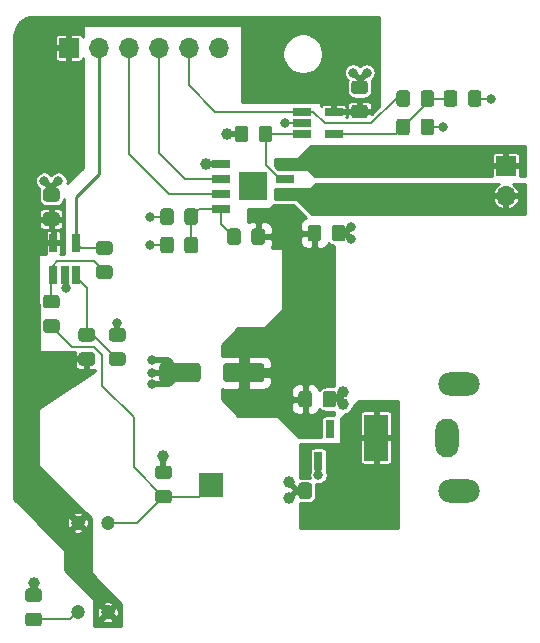
<source format=gbr>
G04 #@! TF.GenerationSoftware,KiCad,Pcbnew,5.1.6*
G04 #@! TF.CreationDate,2020-07-27T17:19:51+02:00*
G04 #@! TF.ProjectId,motor-board,6d6f746f-722d-4626-9f61-72642e6b6963,1*
G04 #@! TF.SameCoordinates,Original*
G04 #@! TF.FileFunction,Copper,L1,Top*
G04 #@! TF.FilePolarity,Positive*
%FSLAX46Y46*%
G04 Gerber Fmt 4.6, Leading zero omitted, Abs format (unit mm)*
G04 Created by KiCad (PCBNEW 5.1.6) date 2020-07-27 17:19:51*
%MOMM*%
%LPD*%
G01*
G04 APERTURE LIST*
G04 #@! TA.AperFunction,ComponentPad*
%ADD10R,2.000000X4.000000*%
G04 #@! TD*
G04 #@! TA.AperFunction,ComponentPad*
%ADD11O,2.000000X3.300000*%
G04 #@! TD*
G04 #@! TA.AperFunction,ComponentPad*
%ADD12O,3.500000X2.000000*%
G04 #@! TD*
G04 #@! TA.AperFunction,ComponentPad*
%ADD13R,1.700000X1.700000*%
G04 #@! TD*
G04 #@! TA.AperFunction,ComponentPad*
%ADD14O,1.700000X1.700000*%
G04 #@! TD*
G04 #@! TA.AperFunction,SMDPad,CuDef*
%ADD15R,2.000000X2.000000*%
G04 #@! TD*
G04 #@! TA.AperFunction,SMDPad,CuDef*
%ADD16R,0.650000X1.560000*%
G04 #@! TD*
G04 #@! TA.AperFunction,SMDPad,CuDef*
%ADD17R,1.525000X0.650000*%
G04 #@! TD*
G04 #@! TA.AperFunction,SMDPad,CuDef*
%ADD18R,2.390000X2.390000*%
G04 #@! TD*
G04 #@! TA.AperFunction,SMDPad,CuDef*
%ADD19R,1.560000X0.650000*%
G04 #@! TD*
G04 #@! TA.AperFunction,ComponentPad*
%ADD20C,1.200000*%
G04 #@! TD*
G04 #@! TA.AperFunction,ViaPad*
%ADD21C,0.800000*%
G04 #@! TD*
G04 #@! TA.AperFunction,ViaPad*
%ADD22C,1.000000*%
G04 #@! TD*
G04 #@! TA.AperFunction,Conductor*
%ADD23C,0.500000*%
G04 #@! TD*
G04 #@! TA.AperFunction,Conductor*
%ADD24C,0.200000*%
G04 #@! TD*
G04 #@! TA.AperFunction,Conductor*
%ADD25C,0.250000*%
G04 #@! TD*
G04 #@! TA.AperFunction,Conductor*
%ADD26C,0.254000*%
G04 #@! TD*
G04 APERTURE END LIST*
G04 #@! TA.AperFunction,SMDPad,CuDef*
G36*
G01*
X158450001Y-119925000D02*
X157549999Y-119925000D01*
G75*
G02*
X157300000Y-119675001I0J249999D01*
G01*
X157300000Y-119024999D01*
G75*
G02*
X157549999Y-118775000I249999J0D01*
G01*
X158450001Y-118775000D01*
G75*
G02*
X158700000Y-119024999I0J-249999D01*
G01*
X158700000Y-119675001D01*
G75*
G02*
X158450001Y-119925000I-249999J0D01*
G01*
G37*
G04 #@! TD.AperFunction*
G04 #@! TA.AperFunction,SMDPad,CuDef*
G36*
G01*
X158450001Y-121975000D02*
X157549999Y-121975000D01*
G75*
G02*
X157300000Y-121725001I0J249999D01*
G01*
X157300000Y-121074999D01*
G75*
G02*
X157549999Y-120825000I249999J0D01*
G01*
X158450001Y-120825000D01*
G75*
G02*
X158700000Y-121074999I0J-249999D01*
G01*
X158700000Y-121725001D01*
G75*
G02*
X158450001Y-121975000I-249999J0D01*
G01*
G37*
G04 #@! TD.AperFunction*
G04 #@! TA.AperFunction,SMDPad,CuDef*
G36*
G01*
X177550000Y-99949600D02*
X177550000Y-101050400D01*
G75*
G02*
X177300400Y-101300000I-249600J0D01*
G01*
X174299600Y-101300000D01*
G75*
G02*
X174050000Y-101050400I0J249600D01*
G01*
X174050000Y-99949600D01*
G75*
G02*
X174299600Y-99700000I249600J0D01*
G01*
X177300400Y-99700000D01*
G75*
G02*
X177550000Y-99949600I0J-249600D01*
G01*
G37*
G04 #@! TD.AperFunction*
G04 #@! TA.AperFunction,SMDPad,CuDef*
G36*
G01*
X172150000Y-99950000D02*
X172150000Y-101050000D01*
G75*
G02*
X171900000Y-101300000I-250000J0D01*
G01*
X168900000Y-101300000D01*
G75*
G02*
X168650000Y-101050000I0J250000D01*
G01*
X168650000Y-99950000D01*
G75*
G02*
X168900000Y-99700000I250000J0D01*
G01*
X171900000Y-99700000D01*
G75*
G02*
X172150000Y-99950000I0J-250000D01*
G01*
G37*
G04 #@! TD.AperFunction*
G04 #@! TA.AperFunction,SMDPad,CuDef*
G36*
G01*
X183250000Y-89150001D02*
X183250000Y-88249999D01*
G75*
G02*
X183499999Y-88000000I249999J0D01*
G01*
X184150001Y-88000000D01*
G75*
G02*
X184400000Y-88249999I0J-249999D01*
G01*
X184400000Y-89150001D01*
G75*
G02*
X184150001Y-89400000I-249999J0D01*
G01*
X183499999Y-89400000D01*
G75*
G02*
X183250000Y-89150001I0J249999D01*
G01*
G37*
G04 #@! TD.AperFunction*
G04 #@! TA.AperFunction,SMDPad,CuDef*
G36*
G01*
X181200000Y-89150450D02*
X181200000Y-88249550D01*
G75*
G02*
X181449550Y-88000000I249550J0D01*
G01*
X182100450Y-88000000D01*
G75*
G02*
X182350000Y-88249550I0J-249550D01*
G01*
X182350000Y-89150450D01*
G75*
G02*
X182100450Y-89400000I-249550J0D01*
G01*
X181449550Y-89400000D01*
G75*
G02*
X181200000Y-89150450I0J249550D01*
G01*
G37*
G04 #@! TD.AperFunction*
G04 #@! TA.AperFunction,SMDPad,CuDef*
G36*
G01*
X183625000Y-110049999D02*
X183625000Y-110950001D01*
G75*
G02*
X183375001Y-111200000I-249999J0D01*
G01*
X182724999Y-111200000D01*
G75*
G02*
X182475000Y-110950001I0J249999D01*
G01*
X182475000Y-110049999D01*
G75*
G02*
X182724999Y-109800000I249999J0D01*
G01*
X183375001Y-109800000D01*
G75*
G02*
X183625000Y-110049999I0J-249999D01*
G01*
G37*
G04 #@! TD.AperFunction*
G04 #@! TA.AperFunction,SMDPad,CuDef*
G36*
G01*
X181575000Y-110049999D02*
X181575000Y-110950001D01*
G75*
G02*
X181325001Y-111200000I-249999J0D01*
G01*
X180674999Y-111200000D01*
G75*
G02*
X180425000Y-110950001I0J249999D01*
G01*
X180425000Y-110049999D01*
G75*
G02*
X180674999Y-109800000I249999J0D01*
G01*
X181325001Y-109800000D01*
G75*
G02*
X181575000Y-110049999I0J-249999D01*
G01*
G37*
G04 #@! TD.AperFunction*
G04 #@! TA.AperFunction,SMDPad,CuDef*
G36*
G01*
X182475000Y-103200001D02*
X182475000Y-102299999D01*
G75*
G02*
X182724999Y-102050000I249999J0D01*
G01*
X183375001Y-102050000D01*
G75*
G02*
X183625000Y-102299999I0J-249999D01*
G01*
X183625000Y-103200001D01*
G75*
G02*
X183375001Y-103450000I-249999J0D01*
G01*
X182724999Y-103450000D01*
G75*
G02*
X182475000Y-103200001I0J249999D01*
G01*
G37*
G04 #@! TD.AperFunction*
G04 #@! TA.AperFunction,SMDPad,CuDef*
G36*
G01*
X180425000Y-103200450D02*
X180425000Y-102299550D01*
G75*
G02*
X180674550Y-102050000I249550J0D01*
G01*
X181325450Y-102050000D01*
G75*
G02*
X181575000Y-102299550I0J-249550D01*
G01*
X181575000Y-103200450D01*
G75*
G02*
X181325450Y-103450000I-249550J0D01*
G01*
X180674550Y-103450000D01*
G75*
G02*
X180425000Y-103200450I0J249550D01*
G01*
G37*
G04 #@! TD.AperFunction*
G04 #@! TA.AperFunction,SMDPad,CuDef*
G36*
G01*
X171925000Y-86849999D02*
X171925000Y-87750001D01*
G75*
G02*
X171675001Y-88000000I-249999J0D01*
G01*
X171024999Y-88000000D01*
G75*
G02*
X170775000Y-87750001I0J249999D01*
G01*
X170775000Y-86849999D01*
G75*
G02*
X171024999Y-86600000I249999J0D01*
G01*
X171675001Y-86600000D01*
G75*
G02*
X171925000Y-86849999I0J-249999D01*
G01*
G37*
G04 #@! TD.AperFunction*
G04 #@! TA.AperFunction,SMDPad,CuDef*
G36*
G01*
X169875000Y-86849999D02*
X169875000Y-87750001D01*
G75*
G02*
X169625001Y-88000000I-249999J0D01*
G01*
X168974999Y-88000000D01*
G75*
G02*
X168725000Y-87750001I0J249999D01*
G01*
X168725000Y-86849999D01*
G75*
G02*
X168974999Y-86600000I249999J0D01*
G01*
X169625001Y-86600000D01*
G75*
G02*
X169875000Y-86849999I0J-249999D01*
G01*
G37*
G04 #@! TD.AperFunction*
G04 #@! TA.AperFunction,SMDPad,CuDef*
G36*
G01*
X186050001Y-78975000D02*
X185149999Y-78975000D01*
G75*
G02*
X184900000Y-78725001I0J249999D01*
G01*
X184900000Y-78074999D01*
G75*
G02*
X185149999Y-77825000I249999J0D01*
G01*
X186050001Y-77825000D01*
G75*
G02*
X186300000Y-78074999I0J-249999D01*
G01*
X186300000Y-78725001D01*
G75*
G02*
X186050001Y-78975000I-249999J0D01*
G01*
G37*
G04 #@! TD.AperFunction*
G04 #@! TA.AperFunction,SMDPad,CuDef*
G36*
G01*
X186050001Y-76925000D02*
X185149999Y-76925000D01*
G75*
G02*
X184900000Y-76675001I0J249999D01*
G01*
X184900000Y-76024999D01*
G75*
G02*
X185149999Y-75775000I249999J0D01*
G01*
X186050001Y-75775000D01*
G75*
G02*
X186300000Y-76024999I0J-249999D01*
G01*
X186300000Y-76675001D01*
G75*
G02*
X186050001Y-76925000I-249999J0D01*
G01*
G37*
G04 #@! TD.AperFunction*
G04 #@! TA.AperFunction,SMDPad,CuDef*
G36*
G01*
X159950001Y-86025000D02*
X159049999Y-86025000D01*
G75*
G02*
X158800000Y-85775001I0J249999D01*
G01*
X158800000Y-85124999D01*
G75*
G02*
X159049999Y-84875000I249999J0D01*
G01*
X159950001Y-84875000D01*
G75*
G02*
X160200000Y-85124999I0J-249999D01*
G01*
X160200000Y-85775001D01*
G75*
G02*
X159950001Y-86025000I-249999J0D01*
G01*
G37*
G04 #@! TD.AperFunction*
G04 #@! TA.AperFunction,SMDPad,CuDef*
G36*
G01*
X159950001Y-88075000D02*
X159049999Y-88075000D01*
G75*
G02*
X158800000Y-87825001I0J249999D01*
G01*
X158800000Y-87174999D01*
G75*
G02*
X159049999Y-86925000I249999J0D01*
G01*
X159950001Y-86925000D01*
G75*
G02*
X160200000Y-87174999I0J-249999D01*
G01*
X160200000Y-87825001D01*
G75*
G02*
X159950001Y-88075000I-249999J0D01*
G01*
G37*
G04 #@! TD.AperFunction*
D10*
X187000000Y-106000000D03*
D11*
X193000000Y-106000000D03*
D12*
X194000000Y-110500000D03*
X194000000Y-101500000D03*
D13*
X198000000Y-83000000D03*
D14*
X198000000Y-85540000D03*
D13*
X161000000Y-73000000D03*
D14*
X163540000Y-73000000D03*
X166080000Y-73000000D03*
X168620000Y-73000000D03*
X171160000Y-73000000D03*
X173700000Y-73000000D03*
G04 #@! TA.AperFunction,SMDPad,CuDef*
G36*
G01*
X175550000Y-88549999D02*
X175550000Y-89450001D01*
G75*
G02*
X175300001Y-89700000I-249999J0D01*
G01*
X174649999Y-89700000D01*
G75*
G02*
X174400000Y-89450001I0J249999D01*
G01*
X174400000Y-88549999D01*
G75*
G02*
X174649999Y-88300000I249999J0D01*
G01*
X175300001Y-88300000D01*
G75*
G02*
X175550000Y-88549999I0J-249999D01*
G01*
G37*
G04 #@! TD.AperFunction*
G04 #@! TA.AperFunction,SMDPad,CuDef*
G36*
G01*
X177600000Y-88549550D02*
X177600000Y-89450450D01*
G75*
G02*
X177350450Y-89700000I-249550J0D01*
G01*
X176699550Y-89700000D01*
G75*
G02*
X176450000Y-89450450I0J249550D01*
G01*
X176450000Y-88549550D01*
G75*
G02*
X176699550Y-88300000I249550J0D01*
G01*
X177350450Y-88300000D01*
G75*
G02*
X177600000Y-88549550I0J-249550D01*
G01*
G37*
G04 #@! TD.AperFunction*
G04 #@! TA.AperFunction,SMDPad,CuDef*
G36*
G01*
X178225000Y-79849999D02*
X178225000Y-80750001D01*
G75*
G02*
X177975001Y-81000000I-249999J0D01*
G01*
X177324999Y-81000000D01*
G75*
G02*
X177075000Y-80750001I0J249999D01*
G01*
X177075000Y-79849999D01*
G75*
G02*
X177324999Y-79600000I249999J0D01*
G01*
X177975001Y-79600000D01*
G75*
G02*
X178225000Y-79849999I0J-249999D01*
G01*
G37*
G04 #@! TD.AperFunction*
G04 #@! TA.AperFunction,SMDPad,CuDef*
G36*
G01*
X176175000Y-79849999D02*
X176175000Y-80750001D01*
G75*
G02*
X175925001Y-81000000I-249999J0D01*
G01*
X175274999Y-81000000D01*
G75*
G02*
X175025000Y-80750001I0J249999D01*
G01*
X175025000Y-79849999D01*
G75*
G02*
X175274999Y-79600000I249999J0D01*
G01*
X175925001Y-79600000D01*
G75*
G02*
X176175000Y-79849999I0J-249999D01*
G01*
G37*
G04 #@! TD.AperFunction*
G04 #@! TA.AperFunction,SMDPad,CuDef*
G36*
G01*
X195925000Y-76849999D02*
X195925000Y-77750001D01*
G75*
G02*
X195675001Y-78000000I-249999J0D01*
G01*
X195024999Y-78000000D01*
G75*
G02*
X194775000Y-77750001I0J249999D01*
G01*
X194775000Y-76849999D01*
G75*
G02*
X195024999Y-76600000I249999J0D01*
G01*
X195675001Y-76600000D01*
G75*
G02*
X195925000Y-76849999I0J-249999D01*
G01*
G37*
G04 #@! TD.AperFunction*
G04 #@! TA.AperFunction,SMDPad,CuDef*
G36*
G01*
X193875000Y-76849999D02*
X193875000Y-77750001D01*
G75*
G02*
X193625001Y-78000000I-249999J0D01*
G01*
X192974999Y-78000000D01*
G75*
G02*
X192725000Y-77750001I0J249999D01*
G01*
X192725000Y-76849999D01*
G75*
G02*
X192974999Y-76600000I249999J0D01*
G01*
X193625001Y-76600000D01*
G75*
G02*
X193875000Y-76849999I0J-249999D01*
G01*
G37*
G04 #@! TD.AperFunction*
G04 #@! TA.AperFunction,SMDPad,CuDef*
G36*
G01*
X169875000Y-89249999D02*
X169875000Y-90150001D01*
G75*
G02*
X169625001Y-90400000I-249999J0D01*
G01*
X168974999Y-90400000D01*
G75*
G02*
X168725000Y-90150001I0J249999D01*
G01*
X168725000Y-89249999D01*
G75*
G02*
X168974999Y-89000000I249999J0D01*
G01*
X169625001Y-89000000D01*
G75*
G02*
X169875000Y-89249999I0J-249999D01*
G01*
G37*
G04 #@! TD.AperFunction*
G04 #@! TA.AperFunction,SMDPad,CuDef*
G36*
G01*
X171925000Y-89249999D02*
X171925000Y-90150001D01*
G75*
G02*
X171675001Y-90400000I-249999J0D01*
G01*
X171024999Y-90400000D01*
G75*
G02*
X170775000Y-90150001I0J249999D01*
G01*
X170775000Y-89249999D01*
G75*
G02*
X171024999Y-89000000I249999J0D01*
G01*
X171675001Y-89000000D01*
G75*
G02*
X171925000Y-89249999I0J-249999D01*
G01*
G37*
G04 #@! TD.AperFunction*
G04 #@! TA.AperFunction,SMDPad,CuDef*
G36*
G01*
X189875000Y-76849999D02*
X189875000Y-77750001D01*
G75*
G02*
X189625001Y-78000000I-249999J0D01*
G01*
X188974999Y-78000000D01*
G75*
G02*
X188725000Y-77750001I0J249999D01*
G01*
X188725000Y-76849999D01*
G75*
G02*
X188974999Y-76600000I249999J0D01*
G01*
X189625001Y-76600000D01*
G75*
G02*
X189875000Y-76849999I0J-249999D01*
G01*
G37*
G04 #@! TD.AperFunction*
G04 #@! TA.AperFunction,SMDPad,CuDef*
G36*
G01*
X191925000Y-76849999D02*
X191925000Y-77750001D01*
G75*
G02*
X191675001Y-78000000I-249999J0D01*
G01*
X191024999Y-78000000D01*
G75*
G02*
X190775000Y-77750001I0J249999D01*
G01*
X190775000Y-76849999D01*
G75*
G02*
X191024999Y-76600000I249999J0D01*
G01*
X191675001Y-76600000D01*
G75*
G02*
X191925000Y-76849999I0J-249999D01*
G01*
G37*
G04 #@! TD.AperFunction*
G04 #@! TA.AperFunction,SMDPad,CuDef*
G36*
G01*
X191925000Y-79249999D02*
X191925000Y-80150001D01*
G75*
G02*
X191675001Y-80400000I-249999J0D01*
G01*
X191024999Y-80400000D01*
G75*
G02*
X190775000Y-80150001I0J249999D01*
G01*
X190775000Y-79249999D01*
G75*
G02*
X191024999Y-79000000I249999J0D01*
G01*
X191675001Y-79000000D01*
G75*
G02*
X191925000Y-79249999I0J-249999D01*
G01*
G37*
G04 #@! TD.AperFunction*
G04 #@! TA.AperFunction,SMDPad,CuDef*
G36*
G01*
X189875000Y-79249999D02*
X189875000Y-80150001D01*
G75*
G02*
X189625001Y-80400000I-249999J0D01*
G01*
X188974999Y-80400000D01*
G75*
G02*
X188725000Y-80150001I0J249999D01*
G01*
X188725000Y-79249999D01*
G75*
G02*
X188974999Y-79000000I249999J0D01*
G01*
X189625001Y-79000000D01*
G75*
G02*
X189875000Y-79249999I0J-249999D01*
G01*
G37*
G04 #@! TD.AperFunction*
G04 #@! TA.AperFunction,SMDPad,CuDef*
G36*
G01*
X163549999Y-89375000D02*
X164450001Y-89375000D01*
G75*
G02*
X164700000Y-89624999I0J-249999D01*
G01*
X164700000Y-90275001D01*
G75*
G02*
X164450001Y-90525000I-249999J0D01*
G01*
X163549999Y-90525000D01*
G75*
G02*
X163300000Y-90275001I0J249999D01*
G01*
X163300000Y-89624999D01*
G75*
G02*
X163549999Y-89375000I249999J0D01*
G01*
G37*
G04 #@! TD.AperFunction*
G04 #@! TA.AperFunction,SMDPad,CuDef*
G36*
G01*
X163549999Y-91425000D02*
X164450001Y-91425000D01*
G75*
G02*
X164700000Y-91674999I0J-249999D01*
G01*
X164700000Y-92325001D01*
G75*
G02*
X164450001Y-92575000I-249999J0D01*
G01*
X163549999Y-92575000D01*
G75*
G02*
X163300000Y-92325001I0J249999D01*
G01*
X163300000Y-91674999D01*
G75*
G02*
X163549999Y-91425000I249999J0D01*
G01*
G37*
G04 #@! TD.AperFunction*
G04 #@! TA.AperFunction,SMDPad,CuDef*
G36*
G01*
X162950001Y-99925000D02*
X162049999Y-99925000D01*
G75*
G02*
X161800000Y-99675001I0J249999D01*
G01*
X161800000Y-99024999D01*
G75*
G02*
X162049999Y-98775000I249999J0D01*
G01*
X162950001Y-98775000D01*
G75*
G02*
X163200000Y-99024999I0J-249999D01*
G01*
X163200000Y-99675001D01*
G75*
G02*
X162950001Y-99925000I-249999J0D01*
G01*
G37*
G04 #@! TD.AperFunction*
G04 #@! TA.AperFunction,SMDPad,CuDef*
G36*
G01*
X162950001Y-97875000D02*
X162049999Y-97875000D01*
G75*
G02*
X161800000Y-97625001I0J249999D01*
G01*
X161800000Y-96974999D01*
G75*
G02*
X162049999Y-96725000I249999J0D01*
G01*
X162950001Y-96725000D01*
G75*
G02*
X163200000Y-96974999I0J-249999D01*
G01*
X163200000Y-97625001D01*
G75*
G02*
X162950001Y-97875000I-249999J0D01*
G01*
G37*
G04 #@! TD.AperFunction*
G04 #@! TA.AperFunction,SMDPad,CuDef*
G36*
G01*
X159049999Y-95975000D02*
X159950001Y-95975000D01*
G75*
G02*
X160200000Y-96224999I0J-249999D01*
G01*
X160200000Y-96875001D01*
G75*
G02*
X159950001Y-97125000I-249999J0D01*
G01*
X159049999Y-97125000D01*
G75*
G02*
X158800000Y-96875001I0J249999D01*
G01*
X158800000Y-96224999D01*
G75*
G02*
X159049999Y-95975000I249999J0D01*
G01*
G37*
G04 #@! TD.AperFunction*
G04 #@! TA.AperFunction,SMDPad,CuDef*
G36*
G01*
X159049999Y-93925000D02*
X159950001Y-93925000D01*
G75*
G02*
X160200000Y-94174999I0J-249999D01*
G01*
X160200000Y-94825001D01*
G75*
G02*
X159950001Y-95075000I-249999J0D01*
G01*
X159049999Y-95075000D01*
G75*
G02*
X158800000Y-94825001I0J249999D01*
G01*
X158800000Y-94174999D01*
G75*
G02*
X159049999Y-93925000I249999J0D01*
G01*
G37*
G04 #@! TD.AperFunction*
G04 #@! TA.AperFunction,SMDPad,CuDef*
G36*
G01*
X169450001Y-111575000D02*
X168549999Y-111575000D01*
G75*
G02*
X168300000Y-111325001I0J249999D01*
G01*
X168300000Y-110674999D01*
G75*
G02*
X168549999Y-110425000I249999J0D01*
G01*
X169450001Y-110425000D01*
G75*
G02*
X169700000Y-110674999I0J-249999D01*
G01*
X169700000Y-111325001D01*
G75*
G02*
X169450001Y-111575000I-249999J0D01*
G01*
G37*
G04 #@! TD.AperFunction*
G04 #@! TA.AperFunction,SMDPad,CuDef*
G36*
G01*
X169450001Y-109525000D02*
X168549999Y-109525000D01*
G75*
G02*
X168300000Y-109275001I0J249999D01*
G01*
X168300000Y-108624999D01*
G75*
G02*
X168549999Y-108375000I249999J0D01*
G01*
X169450001Y-108375000D01*
G75*
G02*
X169700000Y-108624999I0J-249999D01*
G01*
X169700000Y-109275001D01*
G75*
G02*
X169450001Y-109525000I-249999J0D01*
G01*
G37*
G04 #@! TD.AperFunction*
G04 #@! TA.AperFunction,SMDPad,CuDef*
G36*
G01*
X165550001Y-97875000D02*
X164649999Y-97875000D01*
G75*
G02*
X164400000Y-97625001I0J249999D01*
G01*
X164400000Y-96974999D01*
G75*
G02*
X164649999Y-96725000I249999J0D01*
G01*
X165550001Y-96725000D01*
G75*
G02*
X165800000Y-96974999I0J-249999D01*
G01*
X165800000Y-97625001D01*
G75*
G02*
X165550001Y-97875000I-249999J0D01*
G01*
G37*
G04 #@! TD.AperFunction*
G04 #@! TA.AperFunction,SMDPad,CuDef*
G36*
G01*
X165550001Y-99925000D02*
X164649999Y-99925000D01*
G75*
G02*
X164400000Y-99675001I0J249999D01*
G01*
X164400000Y-99024999D01*
G75*
G02*
X164649999Y-98775000I249999J0D01*
G01*
X165550001Y-98775000D01*
G75*
G02*
X165800000Y-99024999I0J-249999D01*
G01*
X165800000Y-99675001D01*
G75*
G02*
X165550001Y-99925000I-249999J0D01*
G01*
G37*
G04 #@! TD.AperFunction*
D15*
X173000000Y-110000000D03*
D16*
X181175000Y-107975000D03*
X182125000Y-107975000D03*
X183075000Y-107975000D03*
X183075000Y-105275000D03*
X181175000Y-105275000D03*
D17*
X173876000Y-82830000D03*
X173876000Y-84100000D03*
X173876000Y-85370000D03*
X173876000Y-86640000D03*
X179300000Y-86640000D03*
X179300000Y-85370000D03*
X179300000Y-84100000D03*
X179300000Y-82830000D03*
D18*
X176588000Y-84735000D03*
D19*
X180700000Y-78400000D03*
X180700000Y-79350000D03*
X180700000Y-80300000D03*
X183400000Y-80300000D03*
X183400000Y-78400000D03*
D16*
X159675000Y-89525000D03*
X161575000Y-89525000D03*
X161575000Y-92225000D03*
X160625000Y-92225000D03*
X159675000Y-92225000D03*
D20*
X164270000Y-120800000D03*
X161730000Y-120800000D03*
X161730000Y-113200000D03*
X164270000Y-113200000D03*
D21*
X176590000Y-85430000D03*
X175890000Y-84730000D03*
X176590000Y-84040000D03*
X177280000Y-84720000D03*
D22*
X174399994Y-80300000D03*
X172629974Y-82830000D03*
X169000000Y-107600000D03*
D21*
X182125000Y-109175000D03*
X165100000Y-96300000D03*
X160714995Y-93374151D03*
X167900000Y-87300000D03*
X167900000Y-89700000D03*
X179250000Y-79350000D03*
X192700000Y-79700000D03*
X196700000Y-77300000D03*
D22*
X158000000Y-118300000D03*
X179600000Y-109800002D03*
X179600000Y-111149998D03*
X184200000Y-103200000D03*
X184200000Y-102150000D03*
D21*
X184900002Y-89200000D03*
X184900002Y-88200000D03*
X185050000Y-75100000D03*
X186200000Y-75100000D03*
X160099994Y-84250000D03*
X158900000Y-84250000D03*
X167999994Y-100500000D03*
X167999992Y-99450000D03*
X167999994Y-101500000D03*
D23*
X175600000Y-80300000D02*
X174399994Y-80300000D01*
X173876000Y-82830000D02*
X172629974Y-82830000D01*
X169000000Y-108950000D02*
X169000000Y-107600000D01*
X182125000Y-107975000D02*
X182125000Y-109175000D01*
X165100000Y-97300000D02*
X165100000Y-96300000D01*
X160749999Y-92549999D02*
X160749999Y-93349999D01*
X160625000Y-92425000D02*
X160749999Y-92549999D01*
X160625000Y-92225000D02*
X160625000Y-92425000D01*
X160725847Y-93374151D02*
X160714995Y-93374151D01*
X160749999Y-93349999D02*
X160725847Y-93374151D01*
D24*
X169300000Y-87300000D02*
X167900000Y-87300000D01*
X169300000Y-89700000D02*
X167900000Y-89700000D01*
X180700000Y-79350000D02*
X179250000Y-79350000D01*
X191350000Y-79700000D02*
X192700000Y-79700000D01*
X195350000Y-77300000D02*
X196700000Y-77300000D01*
D23*
X158000000Y-119350000D02*
X158000000Y-118300000D01*
X180299998Y-110500000D02*
X179600000Y-109800002D01*
X179650000Y-111149998D02*
X179600000Y-111149998D01*
X181000000Y-110500000D02*
X180299998Y-110500000D01*
X180299998Y-110500000D02*
X179650000Y-111149998D01*
X183050000Y-102750000D02*
X183750000Y-102750000D01*
X183750000Y-102750000D02*
X184200000Y-103200000D01*
X183600000Y-102750000D02*
X184200000Y-102150000D01*
X183050000Y-102750000D02*
X183600000Y-102750000D01*
X184400002Y-88700000D02*
X184900002Y-89200000D01*
X184400002Y-88700000D02*
X184900002Y-88200000D01*
X183825000Y-88700000D02*
X184400002Y-88700000D01*
X185600000Y-75650000D02*
X185050000Y-75100000D01*
X185600000Y-76350000D02*
X185600000Y-75650000D01*
X185600000Y-75700000D02*
X186200000Y-75100000D01*
X185600000Y-76350000D02*
X185600000Y-75700000D01*
X159500000Y-85450000D02*
X159500000Y-84849994D01*
X159500000Y-84849994D02*
X160099994Y-84250000D01*
X159500000Y-84850000D02*
X158900000Y-84250000D01*
X159500000Y-85450000D02*
X159500000Y-84850000D01*
X170400000Y-100500000D02*
X169350000Y-99450000D01*
X169350000Y-99450000D02*
X167999992Y-99450000D01*
X170400000Y-100500000D02*
X167999994Y-100500000D01*
X170400000Y-100500000D02*
X169450000Y-101450000D01*
X169400000Y-101500000D02*
X169450000Y-101450000D01*
X167999994Y-101500000D02*
X169400000Y-101500000D01*
D24*
X173876000Y-87901000D02*
X174975000Y-89000000D01*
X173876000Y-86640000D02*
X173876000Y-87901000D01*
X172010000Y-86640000D02*
X171350000Y-87300000D01*
X173876000Y-86640000D02*
X172010000Y-86640000D01*
X171350000Y-87300000D02*
X171350000Y-89700000D01*
X183400000Y-78400000D02*
X185600000Y-78400000D01*
X173876000Y-85370000D02*
X169470000Y-85370000D01*
X166080000Y-81980000D02*
X166080000Y-73000000D01*
X169470000Y-85370000D02*
X166080000Y-81980000D01*
X173876000Y-84100000D02*
X170800000Y-84100000D01*
X168620000Y-81920000D02*
X168620000Y-73000000D01*
X170800000Y-84100000D02*
X168620000Y-81920000D01*
X180700000Y-78400000D02*
X173400000Y-78400000D01*
X171160000Y-76160000D02*
X171160000Y-73000000D01*
X173400000Y-78400000D02*
X171160000Y-76160000D01*
X181680000Y-78400000D02*
X182680000Y-79400000D01*
X180700000Y-78400000D02*
X181680000Y-78400000D01*
X185400000Y-79400000D02*
X185800000Y-79400000D01*
X182680000Y-79400000D02*
X185400000Y-79400000D01*
X186600000Y-79400000D02*
X185400000Y-79400000D01*
X188700000Y-77300000D02*
X186600000Y-79400000D01*
X189300000Y-77300000D02*
X188700000Y-77300000D01*
X162000000Y-89950000D02*
X161575000Y-89525000D01*
X164000000Y-89950000D02*
X162000000Y-89950000D01*
D25*
X161575000Y-89525000D02*
X161575000Y-85625000D01*
X163540000Y-83660000D02*
X163540000Y-73000000D01*
X161575000Y-85625000D02*
X163540000Y-83660000D01*
D24*
X178862500Y-84100000D02*
X177650000Y-82887500D01*
X177650000Y-82887500D02*
X177650000Y-80300000D01*
X179300000Y-84100000D02*
X178862500Y-84100000D01*
X180700000Y-80300000D02*
X177650000Y-80300000D01*
X191350000Y-77300000D02*
X193300000Y-77300000D01*
X191350000Y-77650000D02*
X189300000Y-79700000D01*
X191350000Y-77300000D02*
X191350000Y-77650000D01*
X188700000Y-80300000D02*
X183400000Y-80300000D01*
X189300000Y-79700000D02*
X188700000Y-80300000D01*
X159500000Y-92400000D02*
X159675000Y-92225000D01*
X159500000Y-94500000D02*
X159500000Y-92400000D01*
X159675000Y-91439998D02*
X159675000Y-92225000D01*
X160019999Y-91094999D02*
X159675000Y-91439998D01*
X163094999Y-91094999D02*
X160019999Y-91094999D01*
X164000000Y-92000000D02*
X163094999Y-91094999D01*
X161575000Y-92425000D02*
X161575000Y-92225000D01*
X162500000Y-93350000D02*
X161575000Y-92425000D01*
X162500000Y-97300000D02*
X162500000Y-93350000D01*
X163050000Y-97300000D02*
X165100000Y-99350000D01*
X162500000Y-97300000D02*
X163050000Y-97300000D01*
X166800000Y-113200000D02*
X169000000Y-111000000D01*
X164270000Y-113200000D02*
X166800000Y-113200000D01*
X172000000Y-111000000D02*
X173000000Y-110000000D01*
X169000000Y-111000000D02*
X172000000Y-111000000D01*
X166500000Y-108500000D02*
X169000000Y-111000000D01*
X163800000Y-101600000D02*
X166500000Y-104300000D01*
X166500000Y-104300000D02*
X166500000Y-108500000D01*
X163800000Y-99026454D02*
X163800000Y-101600000D01*
X163078202Y-98304656D02*
X163800000Y-99026454D01*
X161254656Y-98304656D02*
X163078202Y-98304656D01*
X159500000Y-96550000D02*
X161254656Y-98304656D01*
X161130001Y-121399999D02*
X161730000Y-120800000D01*
X158000000Y-121400000D02*
X161130001Y-121399999D01*
D26*
G36*
X188873000Y-113623000D02*
G01*
X180527000Y-113623000D01*
X180527000Y-111559060D01*
X180552322Y-111566741D01*
X180674999Y-111578824D01*
X181325001Y-111578824D01*
X181447678Y-111566741D01*
X181565641Y-111530958D01*
X181674356Y-111472848D01*
X181769646Y-111394646D01*
X181847848Y-111299356D01*
X181905958Y-111190641D01*
X181941741Y-111072678D01*
X181953824Y-110950001D01*
X181953824Y-110049999D01*
X181942087Y-109930839D01*
X182048472Y-109952000D01*
X182201528Y-109952000D01*
X182351643Y-109922141D01*
X182493048Y-109863569D01*
X182620309Y-109778536D01*
X182728536Y-109670309D01*
X182813569Y-109543048D01*
X182872141Y-109401643D01*
X182902000Y-109251528D01*
X182902000Y-109098472D01*
X182872141Y-108948357D01*
X182821760Y-108826726D01*
X182828824Y-108755000D01*
X182828824Y-108000000D01*
X185671418Y-108000000D01*
X185677732Y-108064103D01*
X185696430Y-108125743D01*
X185726794Y-108182550D01*
X185767657Y-108232343D01*
X185817450Y-108273206D01*
X185874257Y-108303570D01*
X185935897Y-108322268D01*
X186000000Y-108328582D01*
X186791250Y-108327000D01*
X186873000Y-108245250D01*
X186873000Y-106127000D01*
X187127000Y-106127000D01*
X187127000Y-108245250D01*
X187208750Y-108327000D01*
X188000000Y-108328582D01*
X188064103Y-108322268D01*
X188125743Y-108303570D01*
X188182550Y-108273206D01*
X188232343Y-108232343D01*
X188273206Y-108182550D01*
X188303570Y-108125743D01*
X188322268Y-108064103D01*
X188328582Y-108000000D01*
X188327000Y-106208750D01*
X188245250Y-106127000D01*
X187127000Y-106127000D01*
X186873000Y-106127000D01*
X185754750Y-106127000D01*
X185673000Y-106208750D01*
X185671418Y-108000000D01*
X182828824Y-108000000D01*
X182828824Y-107195000D01*
X182821545Y-107121095D01*
X182799988Y-107050030D01*
X182764981Y-106984537D01*
X182717869Y-106927131D01*
X182660463Y-106880019D01*
X182594970Y-106845012D01*
X182523905Y-106823455D01*
X182450000Y-106816176D01*
X181800000Y-106816176D01*
X181726095Y-106823455D01*
X181655030Y-106845012D01*
X181589537Y-106880019D01*
X181532131Y-106927131D01*
X181485019Y-106984537D01*
X181450012Y-107050030D01*
X181428455Y-107121095D01*
X181421176Y-107195000D01*
X181421176Y-108755000D01*
X181428240Y-108826726D01*
X181377859Y-108948357D01*
X181348000Y-109098472D01*
X181348000Y-109251528D01*
X181377859Y-109401643D01*
X181388542Y-109427434D01*
X181325001Y-109421176D01*
X180674999Y-109421176D01*
X180552322Y-109433259D01*
X180527000Y-109440940D01*
X180527000Y-106527000D01*
X183900000Y-106527000D01*
X183924776Y-106524560D01*
X183948601Y-106517333D01*
X183970557Y-106505597D01*
X183989803Y-106489803D01*
X184005597Y-106470557D01*
X184017333Y-106448601D01*
X184024560Y-106424776D01*
X184027000Y-106400000D01*
X184027000Y-104355021D01*
X184333569Y-104067613D01*
X184455811Y-104043297D01*
X184560339Y-104000000D01*
X185671418Y-104000000D01*
X185673000Y-105791250D01*
X185754750Y-105873000D01*
X186873000Y-105873000D01*
X186873000Y-103754750D01*
X187127000Y-103754750D01*
X187127000Y-105873000D01*
X188245250Y-105873000D01*
X188327000Y-105791250D01*
X188328582Y-104000000D01*
X188322268Y-103935897D01*
X188303570Y-103874257D01*
X188273206Y-103817450D01*
X188232343Y-103767657D01*
X188182550Y-103726794D01*
X188125743Y-103696430D01*
X188064103Y-103677732D01*
X188000000Y-103671418D01*
X187208750Y-103673000D01*
X187127000Y-103754750D01*
X186873000Y-103754750D01*
X186791250Y-103673000D01*
X186000000Y-103671418D01*
X185935897Y-103677732D01*
X185874257Y-103696430D01*
X185817450Y-103726794D01*
X185767657Y-103767657D01*
X185726794Y-103817450D01*
X185696430Y-103874257D01*
X185677732Y-103935897D01*
X185671418Y-104000000D01*
X184560339Y-104000000D01*
X184615415Y-103977187D01*
X184759055Y-103881210D01*
X184881210Y-103759055D01*
X184977187Y-103615415D01*
X185043297Y-103455811D01*
X185056395Y-103389963D01*
X185550222Y-102927000D01*
X188873000Y-102927000D01*
X188873000Y-113623000D01*
G37*
X188873000Y-113623000D02*
X180527000Y-113623000D01*
X180527000Y-111559060D01*
X180552322Y-111566741D01*
X180674999Y-111578824D01*
X181325001Y-111578824D01*
X181447678Y-111566741D01*
X181565641Y-111530958D01*
X181674356Y-111472848D01*
X181769646Y-111394646D01*
X181847848Y-111299356D01*
X181905958Y-111190641D01*
X181941741Y-111072678D01*
X181953824Y-110950001D01*
X181953824Y-110049999D01*
X181942087Y-109930839D01*
X182048472Y-109952000D01*
X182201528Y-109952000D01*
X182351643Y-109922141D01*
X182493048Y-109863569D01*
X182620309Y-109778536D01*
X182728536Y-109670309D01*
X182813569Y-109543048D01*
X182872141Y-109401643D01*
X182902000Y-109251528D01*
X182902000Y-109098472D01*
X182872141Y-108948357D01*
X182821760Y-108826726D01*
X182828824Y-108755000D01*
X182828824Y-108000000D01*
X185671418Y-108000000D01*
X185677732Y-108064103D01*
X185696430Y-108125743D01*
X185726794Y-108182550D01*
X185767657Y-108232343D01*
X185817450Y-108273206D01*
X185874257Y-108303570D01*
X185935897Y-108322268D01*
X186000000Y-108328582D01*
X186791250Y-108327000D01*
X186873000Y-108245250D01*
X186873000Y-106127000D01*
X187127000Y-106127000D01*
X187127000Y-108245250D01*
X187208750Y-108327000D01*
X188000000Y-108328582D01*
X188064103Y-108322268D01*
X188125743Y-108303570D01*
X188182550Y-108273206D01*
X188232343Y-108232343D01*
X188273206Y-108182550D01*
X188303570Y-108125743D01*
X188322268Y-108064103D01*
X188328582Y-108000000D01*
X188327000Y-106208750D01*
X188245250Y-106127000D01*
X187127000Y-106127000D01*
X186873000Y-106127000D01*
X185754750Y-106127000D01*
X185673000Y-106208750D01*
X185671418Y-108000000D01*
X182828824Y-108000000D01*
X182828824Y-107195000D01*
X182821545Y-107121095D01*
X182799988Y-107050030D01*
X182764981Y-106984537D01*
X182717869Y-106927131D01*
X182660463Y-106880019D01*
X182594970Y-106845012D01*
X182523905Y-106823455D01*
X182450000Y-106816176D01*
X181800000Y-106816176D01*
X181726095Y-106823455D01*
X181655030Y-106845012D01*
X181589537Y-106880019D01*
X181532131Y-106927131D01*
X181485019Y-106984537D01*
X181450012Y-107050030D01*
X181428455Y-107121095D01*
X181421176Y-107195000D01*
X181421176Y-108755000D01*
X181428240Y-108826726D01*
X181377859Y-108948357D01*
X181348000Y-109098472D01*
X181348000Y-109251528D01*
X181377859Y-109401643D01*
X181388542Y-109427434D01*
X181325001Y-109421176D01*
X180674999Y-109421176D01*
X180552322Y-109433259D01*
X180527000Y-109440940D01*
X180527000Y-106527000D01*
X183900000Y-106527000D01*
X183924776Y-106524560D01*
X183948601Y-106517333D01*
X183970557Y-106505597D01*
X183989803Y-106489803D01*
X184005597Y-106470557D01*
X184017333Y-106448601D01*
X184024560Y-106424776D01*
X184027000Y-106400000D01*
X184027000Y-104355021D01*
X184333569Y-104067613D01*
X184455811Y-104043297D01*
X184560339Y-104000000D01*
X185671418Y-104000000D01*
X185673000Y-105791250D01*
X185754750Y-105873000D01*
X186873000Y-105873000D01*
X186873000Y-103754750D01*
X187127000Y-103754750D01*
X187127000Y-105873000D01*
X188245250Y-105873000D01*
X188327000Y-105791250D01*
X188328582Y-104000000D01*
X188322268Y-103935897D01*
X188303570Y-103874257D01*
X188273206Y-103817450D01*
X188232343Y-103767657D01*
X188182550Y-103726794D01*
X188125743Y-103696430D01*
X188064103Y-103677732D01*
X188000000Y-103671418D01*
X187208750Y-103673000D01*
X187127000Y-103754750D01*
X186873000Y-103754750D01*
X186791250Y-103673000D01*
X186000000Y-103671418D01*
X185935897Y-103677732D01*
X185874257Y-103696430D01*
X185817450Y-103726794D01*
X185767657Y-103767657D01*
X185726794Y-103817450D01*
X185696430Y-103874257D01*
X185677732Y-103935897D01*
X185671418Y-104000000D01*
X184560339Y-104000000D01*
X184615415Y-103977187D01*
X184759055Y-103881210D01*
X184881210Y-103759055D01*
X184977187Y-103615415D01*
X185043297Y-103455811D01*
X185056395Y-103389963D01*
X185550222Y-102927000D01*
X188873000Y-102927000D01*
X188873000Y-113623000D01*
G36*
X199573000Y-83873000D02*
G01*
X199176317Y-83873000D01*
X199178582Y-83850000D01*
X199177000Y-83208750D01*
X199095250Y-83127000D01*
X198127000Y-83127000D01*
X198127000Y-83147000D01*
X197873000Y-83147000D01*
X197873000Y-83127000D01*
X196904750Y-83127000D01*
X196823000Y-83208750D01*
X196821418Y-83850000D01*
X196823683Y-83873000D01*
X181852606Y-83873000D01*
X181289803Y-83310197D01*
X181270557Y-83294403D01*
X181248601Y-83282667D01*
X181224776Y-83275440D01*
X181200000Y-83273000D01*
X178710080Y-83273000D01*
X178427000Y-82989920D01*
X178427000Y-82427000D01*
X180300000Y-82427000D01*
X180324776Y-82424560D01*
X180348601Y-82417333D01*
X180370557Y-82405597D01*
X180389803Y-82389803D01*
X180629606Y-82150000D01*
X196821418Y-82150000D01*
X196823000Y-82791250D01*
X196904750Y-82873000D01*
X197873000Y-82873000D01*
X197873000Y-81904750D01*
X198127000Y-81904750D01*
X198127000Y-82873000D01*
X199095250Y-82873000D01*
X199177000Y-82791250D01*
X199178582Y-82150000D01*
X199172268Y-82085897D01*
X199153570Y-82024257D01*
X199123206Y-81967450D01*
X199082343Y-81917657D01*
X199032550Y-81876794D01*
X198975743Y-81846430D01*
X198914103Y-81827732D01*
X198850000Y-81821418D01*
X198208750Y-81823000D01*
X198127000Y-81904750D01*
X197873000Y-81904750D01*
X197791250Y-81823000D01*
X197150000Y-81821418D01*
X197085897Y-81827732D01*
X197024257Y-81846430D01*
X196967450Y-81876794D01*
X196917657Y-81917657D01*
X196876794Y-81967450D01*
X196846430Y-82024257D01*
X196827732Y-82085897D01*
X196821418Y-82150000D01*
X180629606Y-82150000D01*
X181452606Y-81327000D01*
X199573000Y-81327000D01*
X199573000Y-83873000D01*
G37*
X199573000Y-83873000D02*
X199176317Y-83873000D01*
X199178582Y-83850000D01*
X199177000Y-83208750D01*
X199095250Y-83127000D01*
X198127000Y-83127000D01*
X198127000Y-83147000D01*
X197873000Y-83147000D01*
X197873000Y-83127000D01*
X196904750Y-83127000D01*
X196823000Y-83208750D01*
X196821418Y-83850000D01*
X196823683Y-83873000D01*
X181852606Y-83873000D01*
X181289803Y-83310197D01*
X181270557Y-83294403D01*
X181248601Y-83282667D01*
X181224776Y-83275440D01*
X181200000Y-83273000D01*
X178710080Y-83273000D01*
X178427000Y-82989920D01*
X178427000Y-82427000D01*
X180300000Y-82427000D01*
X180324776Y-82424560D01*
X180348601Y-82417333D01*
X180370557Y-82405597D01*
X180389803Y-82389803D01*
X180629606Y-82150000D01*
X196821418Y-82150000D01*
X196823000Y-82791250D01*
X196904750Y-82873000D01*
X197873000Y-82873000D01*
X197873000Y-81904750D01*
X198127000Y-81904750D01*
X198127000Y-82873000D01*
X199095250Y-82873000D01*
X199177000Y-82791250D01*
X199178582Y-82150000D01*
X199172268Y-82085897D01*
X199153570Y-82024257D01*
X199123206Y-81967450D01*
X199082343Y-81917657D01*
X199032550Y-81876794D01*
X198975743Y-81846430D01*
X198914103Y-81827732D01*
X198850000Y-81821418D01*
X198208750Y-81823000D01*
X198127000Y-81904750D01*
X197873000Y-81904750D01*
X197791250Y-81823000D01*
X197150000Y-81821418D01*
X197085897Y-81827732D01*
X197024257Y-81846430D01*
X196967450Y-81876794D01*
X196917657Y-81917657D01*
X196876794Y-81967450D01*
X196846430Y-82024257D01*
X196827732Y-82085897D01*
X196821418Y-82150000D01*
X180629606Y-82150000D01*
X181452606Y-81327000D01*
X199573000Y-81327000D01*
X199573000Y-83873000D01*
G36*
X197280321Y-84608654D02*
G01*
X197112453Y-84766952D01*
X196978693Y-84954958D01*
X196884181Y-85165447D01*
X196864145Y-85231515D01*
X196912138Y-85413000D01*
X197873000Y-85413000D01*
X197873000Y-85393000D01*
X198127000Y-85393000D01*
X198127000Y-85413000D01*
X199087862Y-85413000D01*
X199135855Y-85231515D01*
X199115819Y-85165447D01*
X199021307Y-84954958D01*
X198887547Y-84766952D01*
X198719679Y-84608654D01*
X198589357Y-84527000D01*
X199644553Y-84527000D01*
X199576357Y-87073000D01*
X181602606Y-87073000D01*
X180378091Y-85848485D01*
X196864145Y-85848485D01*
X196884181Y-85914553D01*
X196978693Y-86125042D01*
X197112453Y-86313048D01*
X197280321Y-86471346D01*
X197475846Y-86593853D01*
X197691514Y-86675861D01*
X197873000Y-86628384D01*
X197873000Y-85667000D01*
X198127000Y-85667000D01*
X198127000Y-86628384D01*
X198308486Y-86675861D01*
X198524154Y-86593853D01*
X198719679Y-86471346D01*
X198887547Y-86313048D01*
X199021307Y-86125042D01*
X199115819Y-85914553D01*
X199135855Y-85848485D01*
X199087862Y-85667000D01*
X198127000Y-85667000D01*
X197873000Y-85667000D01*
X196912138Y-85667000D01*
X196864145Y-85848485D01*
X180378091Y-85848485D01*
X180339803Y-85810197D01*
X180320557Y-85794403D01*
X180298601Y-85782667D01*
X180274776Y-85775440D01*
X180250000Y-85773000D01*
X178427000Y-85773000D01*
X178427000Y-84927000D01*
X181450000Y-84927000D01*
X181474776Y-84924560D01*
X181498601Y-84917333D01*
X181520557Y-84905597D01*
X181534374Y-84894921D01*
X181948285Y-84527000D01*
X197410643Y-84527000D01*
X197280321Y-84608654D01*
G37*
X197280321Y-84608654D02*
X197112453Y-84766952D01*
X196978693Y-84954958D01*
X196884181Y-85165447D01*
X196864145Y-85231515D01*
X196912138Y-85413000D01*
X197873000Y-85413000D01*
X197873000Y-85393000D01*
X198127000Y-85393000D01*
X198127000Y-85413000D01*
X199087862Y-85413000D01*
X199135855Y-85231515D01*
X199115819Y-85165447D01*
X199021307Y-84954958D01*
X198887547Y-84766952D01*
X198719679Y-84608654D01*
X198589357Y-84527000D01*
X199644553Y-84527000D01*
X199576357Y-87073000D01*
X181602606Y-87073000D01*
X180378091Y-85848485D01*
X196864145Y-85848485D01*
X196884181Y-85914553D01*
X196978693Y-86125042D01*
X197112453Y-86313048D01*
X197280321Y-86471346D01*
X197475846Y-86593853D01*
X197691514Y-86675861D01*
X197873000Y-86628384D01*
X197873000Y-85667000D01*
X198127000Y-85667000D01*
X198127000Y-86628384D01*
X198308486Y-86675861D01*
X198524154Y-86593853D01*
X198719679Y-86471346D01*
X198887547Y-86313048D01*
X199021307Y-86125042D01*
X199115819Y-85914553D01*
X199135855Y-85848485D01*
X199087862Y-85667000D01*
X198127000Y-85667000D01*
X197873000Y-85667000D01*
X196912138Y-85667000D01*
X196864145Y-85848485D01*
X180378091Y-85848485D01*
X180339803Y-85810197D01*
X180320557Y-85794403D01*
X180298601Y-85782667D01*
X180274776Y-85775440D01*
X180250000Y-85773000D01*
X178427000Y-85773000D01*
X178427000Y-84927000D01*
X181450000Y-84927000D01*
X181474776Y-84924560D01*
X181498601Y-84917333D01*
X181520557Y-84905597D01*
X181534374Y-84894921D01*
X181948285Y-84527000D01*
X197410643Y-84527000D01*
X197280321Y-84608654D01*
G36*
X187273000Y-77947394D02*
G01*
X186619322Y-78601072D01*
X186545250Y-78527000D01*
X185727000Y-78527000D01*
X185727000Y-78547000D01*
X185473000Y-78547000D01*
X185473000Y-78527000D01*
X184654750Y-78527000D01*
X184573000Y-78608750D01*
X184571859Y-78873000D01*
X184471673Y-78873000D01*
X184483570Y-78850743D01*
X184502268Y-78789103D01*
X184508582Y-78725000D01*
X184507000Y-78608750D01*
X184425250Y-78527000D01*
X183527000Y-78527000D01*
X183527000Y-78547000D01*
X183273000Y-78547000D01*
X183273000Y-78527000D01*
X183253000Y-78527000D01*
X183253000Y-78273000D01*
X183273000Y-78273000D01*
X183273000Y-77829750D01*
X183527000Y-77829750D01*
X183527000Y-78273000D01*
X184425250Y-78273000D01*
X184507000Y-78191250D01*
X184508582Y-78075000D01*
X184502268Y-78010897D01*
X184483570Y-77949257D01*
X184453206Y-77892450D01*
X184412343Y-77842657D01*
X184390828Y-77825000D01*
X184571418Y-77825000D01*
X184573000Y-78191250D01*
X184654750Y-78273000D01*
X185473000Y-78273000D01*
X185473000Y-77579750D01*
X185727000Y-77579750D01*
X185727000Y-78273000D01*
X186545250Y-78273000D01*
X186627000Y-78191250D01*
X186628582Y-77825000D01*
X186622268Y-77760897D01*
X186603570Y-77699257D01*
X186573206Y-77642450D01*
X186532343Y-77592657D01*
X186482550Y-77551794D01*
X186425743Y-77521430D01*
X186364103Y-77502732D01*
X186300000Y-77496418D01*
X185808750Y-77498000D01*
X185727000Y-77579750D01*
X185473000Y-77579750D01*
X185391250Y-77498000D01*
X184900000Y-77496418D01*
X184835897Y-77502732D01*
X184774257Y-77521430D01*
X184717450Y-77551794D01*
X184667657Y-77592657D01*
X184626794Y-77642450D01*
X184596430Y-77699257D01*
X184577732Y-77760897D01*
X184571418Y-77825000D01*
X184390828Y-77825000D01*
X184362550Y-77801794D01*
X184305743Y-77771430D01*
X184244103Y-77752732D01*
X184180000Y-77746418D01*
X183608750Y-77748000D01*
X183527000Y-77829750D01*
X183273000Y-77829750D01*
X183191250Y-77748000D01*
X182620000Y-77746418D01*
X182555897Y-77752732D01*
X182494257Y-77771430D01*
X182437450Y-77801794D01*
X182387657Y-77842657D01*
X182346794Y-77892450D01*
X182327000Y-77929482D01*
X182327000Y-77700000D01*
X182324560Y-77675224D01*
X182317333Y-77651399D01*
X182305597Y-77629443D01*
X182289803Y-77610197D01*
X182270557Y-77594403D01*
X182248601Y-77582667D01*
X182224776Y-77575440D01*
X182200000Y-77573000D01*
X175627000Y-77573000D01*
X175627000Y-73329905D01*
X179073000Y-73329905D01*
X179073000Y-73670095D01*
X179139368Y-74003747D01*
X179269553Y-74318041D01*
X179458552Y-74600898D01*
X179699102Y-74841448D01*
X179981959Y-75030447D01*
X180296253Y-75160632D01*
X180629905Y-75227000D01*
X180970095Y-75227000D01*
X181303747Y-75160632D01*
X181618041Y-75030447D01*
X181628479Y-75023472D01*
X184273000Y-75023472D01*
X184273000Y-75176528D01*
X184302859Y-75326643D01*
X184361431Y-75468048D01*
X184446464Y-75595309D01*
X184554691Y-75703536D01*
X184597098Y-75731871D01*
X184569042Y-75784359D01*
X184533259Y-75902322D01*
X184521176Y-76024999D01*
X184521176Y-76675001D01*
X184533259Y-76797678D01*
X184569042Y-76915641D01*
X184627152Y-77024356D01*
X184705354Y-77119646D01*
X184800644Y-77197848D01*
X184909359Y-77255958D01*
X185027322Y-77291741D01*
X185149999Y-77303824D01*
X186050001Y-77303824D01*
X186172678Y-77291741D01*
X186290641Y-77255958D01*
X186399356Y-77197848D01*
X186494646Y-77119646D01*
X186572848Y-77024356D01*
X186630958Y-76915641D01*
X186666741Y-76797678D01*
X186678824Y-76675001D01*
X186678824Y-76024999D01*
X186666741Y-75902322D01*
X186630958Y-75784359D01*
X186616061Y-75756488D01*
X186695309Y-75703536D01*
X186803536Y-75595309D01*
X186888569Y-75468048D01*
X186947141Y-75326643D01*
X186977000Y-75176528D01*
X186977000Y-75023472D01*
X186947141Y-74873357D01*
X186888569Y-74731952D01*
X186803536Y-74604691D01*
X186695309Y-74496464D01*
X186568048Y-74411431D01*
X186426643Y-74352859D01*
X186276528Y-74323000D01*
X186123472Y-74323000D01*
X185973357Y-74352859D01*
X185831952Y-74411431D01*
X185704691Y-74496464D01*
X185625000Y-74576155D01*
X185545309Y-74496464D01*
X185418048Y-74411431D01*
X185276643Y-74352859D01*
X185126528Y-74323000D01*
X184973472Y-74323000D01*
X184823357Y-74352859D01*
X184681952Y-74411431D01*
X184554691Y-74496464D01*
X184446464Y-74604691D01*
X184361431Y-74731952D01*
X184302859Y-74873357D01*
X184273000Y-75023472D01*
X181628479Y-75023472D01*
X181900898Y-74841448D01*
X182141448Y-74600898D01*
X182330447Y-74318041D01*
X182460632Y-74003747D01*
X182527000Y-73670095D01*
X182527000Y-73329905D01*
X182460632Y-72996253D01*
X182330447Y-72681959D01*
X182141448Y-72399102D01*
X181900898Y-72158552D01*
X181618041Y-71969553D01*
X181303747Y-71839368D01*
X180970095Y-71773000D01*
X180629905Y-71773000D01*
X180296253Y-71839368D01*
X179981959Y-71969553D01*
X179699102Y-72158552D01*
X179458552Y-72399102D01*
X179269553Y-72681959D01*
X179139368Y-72996253D01*
X179073000Y-73329905D01*
X175627000Y-73329905D01*
X175627000Y-71200000D01*
X175624560Y-71175224D01*
X175617333Y-71151399D01*
X175605597Y-71129443D01*
X175589803Y-71110197D01*
X175570557Y-71094403D01*
X175548601Y-71082667D01*
X175524776Y-71075440D01*
X175500000Y-71073000D01*
X162300000Y-71073000D01*
X162275224Y-71075440D01*
X162251399Y-71082667D01*
X162229443Y-71094403D01*
X162210197Y-71110197D01*
X162194403Y-71129443D01*
X162182667Y-71151399D01*
X162175440Y-71175224D01*
X162173000Y-71200000D01*
X162173000Y-72093329D01*
X162172268Y-72085897D01*
X162153570Y-72024257D01*
X162123206Y-71967450D01*
X162082343Y-71917657D01*
X162032550Y-71876794D01*
X161975743Y-71846430D01*
X161914103Y-71827732D01*
X161850000Y-71821418D01*
X161208750Y-71823000D01*
X161127000Y-71904750D01*
X161127000Y-72873000D01*
X161147000Y-72873000D01*
X161147000Y-73127000D01*
X161127000Y-73127000D01*
X161127000Y-74095250D01*
X161208750Y-74177000D01*
X161850000Y-74178582D01*
X161914103Y-74172268D01*
X161975743Y-74153570D01*
X162032550Y-74123206D01*
X162082343Y-74082343D01*
X162123206Y-74032550D01*
X162153570Y-73975743D01*
X162172268Y-73914103D01*
X162173000Y-73906671D01*
X162173000Y-83147394D01*
X160847975Y-84472419D01*
X160876994Y-84326528D01*
X160876994Y-84173472D01*
X160847135Y-84023357D01*
X160788563Y-83881952D01*
X160703530Y-83754691D01*
X160595303Y-83646464D01*
X160468042Y-83561431D01*
X160326637Y-83502859D01*
X160176522Y-83473000D01*
X160023466Y-83473000D01*
X159873351Y-83502859D01*
X159731946Y-83561431D01*
X159604685Y-83646464D01*
X159499997Y-83751152D01*
X159395309Y-83646464D01*
X159268048Y-83561431D01*
X159126643Y-83502859D01*
X158976528Y-83473000D01*
X158823472Y-83473000D01*
X158673357Y-83502859D01*
X158531952Y-83561431D01*
X158404691Y-83646464D01*
X158296464Y-83754691D01*
X158211431Y-83881952D01*
X158152859Y-84023357D01*
X158123000Y-84173472D01*
X158123000Y-84326528D01*
X158152859Y-84476643D01*
X158211431Y-84618048D01*
X158296464Y-84745309D01*
X158404691Y-84853536D01*
X158465971Y-84894482D01*
X158433259Y-85002322D01*
X158421176Y-85124999D01*
X158421176Y-85775001D01*
X158433259Y-85897678D01*
X158469042Y-86015641D01*
X158527152Y-86124356D01*
X158605354Y-86219646D01*
X158700644Y-86297848D01*
X158809359Y-86355958D01*
X158927322Y-86391741D01*
X159049999Y-86403824D01*
X159950001Y-86403824D01*
X160072678Y-86391741D01*
X160190641Y-86355958D01*
X160299356Y-86297848D01*
X160394646Y-86219646D01*
X160472848Y-86124356D01*
X160530958Y-86015641D01*
X160566741Y-85897678D01*
X160573000Y-85834131D01*
X160573000Y-90473000D01*
X160280983Y-90473000D01*
X160303570Y-90430743D01*
X160322268Y-90369103D01*
X160328582Y-90305000D01*
X160327000Y-89733750D01*
X160245250Y-89652000D01*
X159802000Y-89652000D01*
X159802000Y-89672000D01*
X159548000Y-89672000D01*
X159548000Y-89652000D01*
X159104750Y-89652000D01*
X159023000Y-89733750D01*
X159021418Y-90305000D01*
X159027732Y-90369103D01*
X159046430Y-90430743D01*
X159069017Y-90473000D01*
X158500000Y-90473000D01*
X158475224Y-90475440D01*
X158451399Y-90482667D01*
X158429443Y-90494403D01*
X158410197Y-90510197D01*
X158394403Y-90529443D01*
X158382667Y-90551399D01*
X158375440Y-90575224D01*
X158373002Y-90600794D01*
X158423002Y-98600794D01*
X158425598Y-98625554D01*
X158432973Y-98649333D01*
X158444846Y-98671216D01*
X158460760Y-98690362D01*
X158480104Y-98706036D01*
X158502133Y-98717634D01*
X158526002Y-98724712D01*
X158550000Y-98727000D01*
X161032922Y-98727000D01*
X161071233Y-98747478D01*
X161117231Y-98761431D01*
X161161147Y-98774753D01*
X161169994Y-98775624D01*
X161231233Y-98781656D01*
X161231240Y-98781656D01*
X161254655Y-98783962D01*
X161278070Y-98781656D01*
X161471447Y-98781656D01*
X161473000Y-99141250D01*
X161554750Y-99223000D01*
X162373000Y-99223000D01*
X162373000Y-99203000D01*
X162627000Y-99203000D01*
X162627000Y-99223000D01*
X162647000Y-99223000D01*
X162647000Y-99477000D01*
X162627000Y-99477000D01*
X162627000Y-100170250D01*
X162708750Y-100252000D01*
X163173000Y-100253495D01*
X163173000Y-100332032D01*
X158429553Y-103494330D01*
X158410291Y-103510104D01*
X158394477Y-103529332D01*
X158382718Y-103551276D01*
X158375466Y-103575093D01*
X158373000Y-103600000D01*
X158373000Y-108300000D01*
X158375440Y-108324776D01*
X158382667Y-108348601D01*
X158394403Y-108370557D01*
X158410197Y-108389803D01*
X162873000Y-112852606D01*
X162873000Y-117500000D01*
X162875440Y-117524776D01*
X162882667Y-117548601D01*
X162894403Y-117570557D01*
X162910197Y-117589803D01*
X165373000Y-120052606D01*
X165373000Y-121973000D01*
X163127000Y-121973000D01*
X163127000Y-121483907D01*
X163765698Y-121483907D01*
X163830344Y-121621199D01*
X163999001Y-121691193D01*
X164178071Y-121726939D01*
X164360674Y-121727062D01*
X164539793Y-121691559D01*
X164708543Y-121621794D01*
X164709656Y-121621199D01*
X164774302Y-121483907D01*
X164270000Y-120979605D01*
X163765698Y-121483907D01*
X163127000Y-121483907D01*
X163127000Y-120890674D01*
X163342938Y-120890674D01*
X163378441Y-121069793D01*
X163448206Y-121238543D01*
X163448801Y-121239656D01*
X163586093Y-121304302D01*
X164090395Y-120800000D01*
X164449605Y-120800000D01*
X164953907Y-121304302D01*
X165091199Y-121239656D01*
X165161193Y-121070999D01*
X165196939Y-120891929D01*
X165197062Y-120709326D01*
X165161559Y-120530207D01*
X165091794Y-120361457D01*
X165091199Y-120360344D01*
X164953907Y-120295698D01*
X164449605Y-120800000D01*
X164090395Y-120800000D01*
X163586093Y-120295698D01*
X163448801Y-120360344D01*
X163378807Y-120529001D01*
X163343061Y-120708071D01*
X163342938Y-120890674D01*
X163127000Y-120890674D01*
X163127000Y-120116093D01*
X163765698Y-120116093D01*
X164270000Y-120620395D01*
X164774302Y-120116093D01*
X164709656Y-119978801D01*
X164540999Y-119908807D01*
X164361929Y-119873061D01*
X164179326Y-119872938D01*
X164000207Y-119908441D01*
X163831457Y-119978206D01*
X163830344Y-119978801D01*
X163765698Y-120116093D01*
X163127000Y-120116093D01*
X163127000Y-119800000D01*
X163124560Y-119775224D01*
X163117333Y-119751399D01*
X163105597Y-119729443D01*
X163089803Y-119710197D01*
X160627000Y-117247394D01*
X160627000Y-115500000D01*
X160624560Y-115475224D01*
X160617333Y-115451399D01*
X160605597Y-115429443D01*
X160589803Y-115410197D01*
X159063513Y-113883907D01*
X161225698Y-113883907D01*
X161290344Y-114021199D01*
X161459001Y-114091193D01*
X161638071Y-114126939D01*
X161820674Y-114127062D01*
X161999793Y-114091559D01*
X162168543Y-114021794D01*
X162169656Y-114021199D01*
X162234302Y-113883907D01*
X161730000Y-113379605D01*
X161225698Y-113883907D01*
X159063513Y-113883907D01*
X158470280Y-113290674D01*
X160802938Y-113290674D01*
X160838441Y-113469793D01*
X160908206Y-113638543D01*
X160908801Y-113639656D01*
X161046093Y-113704302D01*
X161550395Y-113200000D01*
X161909605Y-113200000D01*
X162413907Y-113704302D01*
X162551199Y-113639656D01*
X162621193Y-113470999D01*
X162656939Y-113291929D01*
X162657062Y-113109326D01*
X162621559Y-112930207D01*
X162551794Y-112761457D01*
X162551199Y-112760344D01*
X162413907Y-112695698D01*
X161909605Y-113200000D01*
X161550395Y-113200000D01*
X161046093Y-112695698D01*
X160908801Y-112760344D01*
X160838807Y-112929001D01*
X160803061Y-113108071D01*
X160802938Y-113290674D01*
X158470280Y-113290674D01*
X157695699Y-112516093D01*
X161225698Y-112516093D01*
X161730000Y-113020395D01*
X162234302Y-112516093D01*
X162169656Y-112378801D01*
X162000999Y-112308807D01*
X161821929Y-112273061D01*
X161639326Y-112272938D01*
X161460207Y-112308441D01*
X161291457Y-112378206D01*
X161290344Y-112378801D01*
X161225698Y-112516093D01*
X157695699Y-112516093D01*
X156377000Y-111197394D01*
X156377000Y-99925000D01*
X161471418Y-99925000D01*
X161477732Y-99989103D01*
X161496430Y-100050743D01*
X161526794Y-100107550D01*
X161567657Y-100157343D01*
X161617450Y-100198206D01*
X161674257Y-100228570D01*
X161735897Y-100247268D01*
X161800000Y-100253582D01*
X162291250Y-100252000D01*
X162373000Y-100170250D01*
X162373000Y-99477000D01*
X161554750Y-99477000D01*
X161473000Y-99558750D01*
X161471418Y-99925000D01*
X156377000Y-99925000D01*
X156377000Y-88745000D01*
X159021418Y-88745000D01*
X159023000Y-89316250D01*
X159104750Y-89398000D01*
X159548000Y-89398000D01*
X159548000Y-88499750D01*
X159802000Y-88499750D01*
X159802000Y-89398000D01*
X160245250Y-89398000D01*
X160327000Y-89316250D01*
X160328582Y-88745000D01*
X160322268Y-88680897D01*
X160303570Y-88619257D01*
X160273206Y-88562450D01*
X160232343Y-88512657D01*
X160182550Y-88471794D01*
X160125743Y-88441430D01*
X160064103Y-88422732D01*
X160000000Y-88416418D01*
X159883750Y-88418000D01*
X159802000Y-88499750D01*
X159548000Y-88499750D01*
X159466250Y-88418000D01*
X159350000Y-88416418D01*
X159285897Y-88422732D01*
X159224257Y-88441430D01*
X159167450Y-88471794D01*
X159117657Y-88512657D01*
X159076794Y-88562450D01*
X159046430Y-88619257D01*
X159027732Y-88680897D01*
X159021418Y-88745000D01*
X156377000Y-88745000D01*
X156377000Y-88075000D01*
X158471418Y-88075000D01*
X158477732Y-88139103D01*
X158496430Y-88200743D01*
X158526794Y-88257550D01*
X158567657Y-88307343D01*
X158617450Y-88348206D01*
X158674257Y-88378570D01*
X158735897Y-88397268D01*
X158800000Y-88403582D01*
X159291250Y-88402000D01*
X159373000Y-88320250D01*
X159373000Y-87627000D01*
X159627000Y-87627000D01*
X159627000Y-88320250D01*
X159708750Y-88402000D01*
X160200000Y-88403582D01*
X160264103Y-88397268D01*
X160325743Y-88378570D01*
X160382550Y-88348206D01*
X160432343Y-88307343D01*
X160473206Y-88257550D01*
X160503570Y-88200743D01*
X160522268Y-88139103D01*
X160528582Y-88075000D01*
X160527000Y-87708750D01*
X160445250Y-87627000D01*
X159627000Y-87627000D01*
X159373000Y-87627000D01*
X158554750Y-87627000D01*
X158473000Y-87708750D01*
X158471418Y-88075000D01*
X156377000Y-88075000D01*
X156377000Y-86925000D01*
X158471418Y-86925000D01*
X158473000Y-87291250D01*
X158554750Y-87373000D01*
X159373000Y-87373000D01*
X159373000Y-86679750D01*
X159627000Y-86679750D01*
X159627000Y-87373000D01*
X160445250Y-87373000D01*
X160527000Y-87291250D01*
X160528582Y-86925000D01*
X160522268Y-86860897D01*
X160503570Y-86799257D01*
X160473206Y-86742450D01*
X160432343Y-86692657D01*
X160382550Y-86651794D01*
X160325743Y-86621430D01*
X160264103Y-86602732D01*
X160200000Y-86596418D01*
X159708750Y-86598000D01*
X159627000Y-86679750D01*
X159373000Y-86679750D01*
X159291250Y-86598000D01*
X158800000Y-86596418D01*
X158735897Y-86602732D01*
X158674257Y-86621430D01*
X158617450Y-86651794D01*
X158567657Y-86692657D01*
X158526794Y-86742450D01*
X158496430Y-86799257D01*
X158477732Y-86860897D01*
X158471418Y-86925000D01*
X156377000Y-86925000D01*
X156377000Y-73850000D01*
X159821418Y-73850000D01*
X159827732Y-73914103D01*
X159846430Y-73975743D01*
X159876794Y-74032550D01*
X159917657Y-74082343D01*
X159967450Y-74123206D01*
X160024257Y-74153570D01*
X160085897Y-74172268D01*
X160150000Y-74178582D01*
X160791250Y-74177000D01*
X160873000Y-74095250D01*
X160873000Y-73127000D01*
X159904750Y-73127000D01*
X159823000Y-73208750D01*
X159821418Y-73850000D01*
X156377000Y-73850000D01*
X156377000Y-72150000D01*
X159821418Y-72150000D01*
X159823000Y-72791250D01*
X159904750Y-72873000D01*
X160873000Y-72873000D01*
X160873000Y-71904750D01*
X160791250Y-71823000D01*
X160150000Y-71821418D01*
X160085897Y-71827732D01*
X160024257Y-71846430D01*
X159967450Y-71876794D01*
X159917657Y-71917657D01*
X159876794Y-71967450D01*
X159846430Y-72024257D01*
X159827732Y-72085897D01*
X159821418Y-72150000D01*
X156377000Y-72150000D01*
X156377000Y-72018442D01*
X156409684Y-71685109D01*
X156501133Y-71382213D01*
X156649676Y-71102845D01*
X156849651Y-70857652D01*
X157093438Y-70655973D01*
X157371764Y-70505483D01*
X157674013Y-70411921D01*
X158006263Y-70377000D01*
X187273000Y-70377000D01*
X187273000Y-77947394D01*
G37*
X187273000Y-77947394D02*
X186619322Y-78601072D01*
X186545250Y-78527000D01*
X185727000Y-78527000D01*
X185727000Y-78547000D01*
X185473000Y-78547000D01*
X185473000Y-78527000D01*
X184654750Y-78527000D01*
X184573000Y-78608750D01*
X184571859Y-78873000D01*
X184471673Y-78873000D01*
X184483570Y-78850743D01*
X184502268Y-78789103D01*
X184508582Y-78725000D01*
X184507000Y-78608750D01*
X184425250Y-78527000D01*
X183527000Y-78527000D01*
X183527000Y-78547000D01*
X183273000Y-78547000D01*
X183273000Y-78527000D01*
X183253000Y-78527000D01*
X183253000Y-78273000D01*
X183273000Y-78273000D01*
X183273000Y-77829750D01*
X183527000Y-77829750D01*
X183527000Y-78273000D01*
X184425250Y-78273000D01*
X184507000Y-78191250D01*
X184508582Y-78075000D01*
X184502268Y-78010897D01*
X184483570Y-77949257D01*
X184453206Y-77892450D01*
X184412343Y-77842657D01*
X184390828Y-77825000D01*
X184571418Y-77825000D01*
X184573000Y-78191250D01*
X184654750Y-78273000D01*
X185473000Y-78273000D01*
X185473000Y-77579750D01*
X185727000Y-77579750D01*
X185727000Y-78273000D01*
X186545250Y-78273000D01*
X186627000Y-78191250D01*
X186628582Y-77825000D01*
X186622268Y-77760897D01*
X186603570Y-77699257D01*
X186573206Y-77642450D01*
X186532343Y-77592657D01*
X186482550Y-77551794D01*
X186425743Y-77521430D01*
X186364103Y-77502732D01*
X186300000Y-77496418D01*
X185808750Y-77498000D01*
X185727000Y-77579750D01*
X185473000Y-77579750D01*
X185391250Y-77498000D01*
X184900000Y-77496418D01*
X184835897Y-77502732D01*
X184774257Y-77521430D01*
X184717450Y-77551794D01*
X184667657Y-77592657D01*
X184626794Y-77642450D01*
X184596430Y-77699257D01*
X184577732Y-77760897D01*
X184571418Y-77825000D01*
X184390828Y-77825000D01*
X184362550Y-77801794D01*
X184305743Y-77771430D01*
X184244103Y-77752732D01*
X184180000Y-77746418D01*
X183608750Y-77748000D01*
X183527000Y-77829750D01*
X183273000Y-77829750D01*
X183191250Y-77748000D01*
X182620000Y-77746418D01*
X182555897Y-77752732D01*
X182494257Y-77771430D01*
X182437450Y-77801794D01*
X182387657Y-77842657D01*
X182346794Y-77892450D01*
X182327000Y-77929482D01*
X182327000Y-77700000D01*
X182324560Y-77675224D01*
X182317333Y-77651399D01*
X182305597Y-77629443D01*
X182289803Y-77610197D01*
X182270557Y-77594403D01*
X182248601Y-77582667D01*
X182224776Y-77575440D01*
X182200000Y-77573000D01*
X175627000Y-77573000D01*
X175627000Y-73329905D01*
X179073000Y-73329905D01*
X179073000Y-73670095D01*
X179139368Y-74003747D01*
X179269553Y-74318041D01*
X179458552Y-74600898D01*
X179699102Y-74841448D01*
X179981959Y-75030447D01*
X180296253Y-75160632D01*
X180629905Y-75227000D01*
X180970095Y-75227000D01*
X181303747Y-75160632D01*
X181618041Y-75030447D01*
X181628479Y-75023472D01*
X184273000Y-75023472D01*
X184273000Y-75176528D01*
X184302859Y-75326643D01*
X184361431Y-75468048D01*
X184446464Y-75595309D01*
X184554691Y-75703536D01*
X184597098Y-75731871D01*
X184569042Y-75784359D01*
X184533259Y-75902322D01*
X184521176Y-76024999D01*
X184521176Y-76675001D01*
X184533259Y-76797678D01*
X184569042Y-76915641D01*
X184627152Y-77024356D01*
X184705354Y-77119646D01*
X184800644Y-77197848D01*
X184909359Y-77255958D01*
X185027322Y-77291741D01*
X185149999Y-77303824D01*
X186050001Y-77303824D01*
X186172678Y-77291741D01*
X186290641Y-77255958D01*
X186399356Y-77197848D01*
X186494646Y-77119646D01*
X186572848Y-77024356D01*
X186630958Y-76915641D01*
X186666741Y-76797678D01*
X186678824Y-76675001D01*
X186678824Y-76024999D01*
X186666741Y-75902322D01*
X186630958Y-75784359D01*
X186616061Y-75756488D01*
X186695309Y-75703536D01*
X186803536Y-75595309D01*
X186888569Y-75468048D01*
X186947141Y-75326643D01*
X186977000Y-75176528D01*
X186977000Y-75023472D01*
X186947141Y-74873357D01*
X186888569Y-74731952D01*
X186803536Y-74604691D01*
X186695309Y-74496464D01*
X186568048Y-74411431D01*
X186426643Y-74352859D01*
X186276528Y-74323000D01*
X186123472Y-74323000D01*
X185973357Y-74352859D01*
X185831952Y-74411431D01*
X185704691Y-74496464D01*
X185625000Y-74576155D01*
X185545309Y-74496464D01*
X185418048Y-74411431D01*
X185276643Y-74352859D01*
X185126528Y-74323000D01*
X184973472Y-74323000D01*
X184823357Y-74352859D01*
X184681952Y-74411431D01*
X184554691Y-74496464D01*
X184446464Y-74604691D01*
X184361431Y-74731952D01*
X184302859Y-74873357D01*
X184273000Y-75023472D01*
X181628479Y-75023472D01*
X181900898Y-74841448D01*
X182141448Y-74600898D01*
X182330447Y-74318041D01*
X182460632Y-74003747D01*
X182527000Y-73670095D01*
X182527000Y-73329905D01*
X182460632Y-72996253D01*
X182330447Y-72681959D01*
X182141448Y-72399102D01*
X181900898Y-72158552D01*
X181618041Y-71969553D01*
X181303747Y-71839368D01*
X180970095Y-71773000D01*
X180629905Y-71773000D01*
X180296253Y-71839368D01*
X179981959Y-71969553D01*
X179699102Y-72158552D01*
X179458552Y-72399102D01*
X179269553Y-72681959D01*
X179139368Y-72996253D01*
X179073000Y-73329905D01*
X175627000Y-73329905D01*
X175627000Y-71200000D01*
X175624560Y-71175224D01*
X175617333Y-71151399D01*
X175605597Y-71129443D01*
X175589803Y-71110197D01*
X175570557Y-71094403D01*
X175548601Y-71082667D01*
X175524776Y-71075440D01*
X175500000Y-71073000D01*
X162300000Y-71073000D01*
X162275224Y-71075440D01*
X162251399Y-71082667D01*
X162229443Y-71094403D01*
X162210197Y-71110197D01*
X162194403Y-71129443D01*
X162182667Y-71151399D01*
X162175440Y-71175224D01*
X162173000Y-71200000D01*
X162173000Y-72093329D01*
X162172268Y-72085897D01*
X162153570Y-72024257D01*
X162123206Y-71967450D01*
X162082343Y-71917657D01*
X162032550Y-71876794D01*
X161975743Y-71846430D01*
X161914103Y-71827732D01*
X161850000Y-71821418D01*
X161208750Y-71823000D01*
X161127000Y-71904750D01*
X161127000Y-72873000D01*
X161147000Y-72873000D01*
X161147000Y-73127000D01*
X161127000Y-73127000D01*
X161127000Y-74095250D01*
X161208750Y-74177000D01*
X161850000Y-74178582D01*
X161914103Y-74172268D01*
X161975743Y-74153570D01*
X162032550Y-74123206D01*
X162082343Y-74082343D01*
X162123206Y-74032550D01*
X162153570Y-73975743D01*
X162172268Y-73914103D01*
X162173000Y-73906671D01*
X162173000Y-83147394D01*
X160847975Y-84472419D01*
X160876994Y-84326528D01*
X160876994Y-84173472D01*
X160847135Y-84023357D01*
X160788563Y-83881952D01*
X160703530Y-83754691D01*
X160595303Y-83646464D01*
X160468042Y-83561431D01*
X160326637Y-83502859D01*
X160176522Y-83473000D01*
X160023466Y-83473000D01*
X159873351Y-83502859D01*
X159731946Y-83561431D01*
X159604685Y-83646464D01*
X159499997Y-83751152D01*
X159395309Y-83646464D01*
X159268048Y-83561431D01*
X159126643Y-83502859D01*
X158976528Y-83473000D01*
X158823472Y-83473000D01*
X158673357Y-83502859D01*
X158531952Y-83561431D01*
X158404691Y-83646464D01*
X158296464Y-83754691D01*
X158211431Y-83881952D01*
X158152859Y-84023357D01*
X158123000Y-84173472D01*
X158123000Y-84326528D01*
X158152859Y-84476643D01*
X158211431Y-84618048D01*
X158296464Y-84745309D01*
X158404691Y-84853536D01*
X158465971Y-84894482D01*
X158433259Y-85002322D01*
X158421176Y-85124999D01*
X158421176Y-85775001D01*
X158433259Y-85897678D01*
X158469042Y-86015641D01*
X158527152Y-86124356D01*
X158605354Y-86219646D01*
X158700644Y-86297848D01*
X158809359Y-86355958D01*
X158927322Y-86391741D01*
X159049999Y-86403824D01*
X159950001Y-86403824D01*
X160072678Y-86391741D01*
X160190641Y-86355958D01*
X160299356Y-86297848D01*
X160394646Y-86219646D01*
X160472848Y-86124356D01*
X160530958Y-86015641D01*
X160566741Y-85897678D01*
X160573000Y-85834131D01*
X160573000Y-90473000D01*
X160280983Y-90473000D01*
X160303570Y-90430743D01*
X160322268Y-90369103D01*
X160328582Y-90305000D01*
X160327000Y-89733750D01*
X160245250Y-89652000D01*
X159802000Y-89652000D01*
X159802000Y-89672000D01*
X159548000Y-89672000D01*
X159548000Y-89652000D01*
X159104750Y-89652000D01*
X159023000Y-89733750D01*
X159021418Y-90305000D01*
X159027732Y-90369103D01*
X159046430Y-90430743D01*
X159069017Y-90473000D01*
X158500000Y-90473000D01*
X158475224Y-90475440D01*
X158451399Y-90482667D01*
X158429443Y-90494403D01*
X158410197Y-90510197D01*
X158394403Y-90529443D01*
X158382667Y-90551399D01*
X158375440Y-90575224D01*
X158373002Y-90600794D01*
X158423002Y-98600794D01*
X158425598Y-98625554D01*
X158432973Y-98649333D01*
X158444846Y-98671216D01*
X158460760Y-98690362D01*
X158480104Y-98706036D01*
X158502133Y-98717634D01*
X158526002Y-98724712D01*
X158550000Y-98727000D01*
X161032922Y-98727000D01*
X161071233Y-98747478D01*
X161117231Y-98761431D01*
X161161147Y-98774753D01*
X161169994Y-98775624D01*
X161231233Y-98781656D01*
X161231240Y-98781656D01*
X161254655Y-98783962D01*
X161278070Y-98781656D01*
X161471447Y-98781656D01*
X161473000Y-99141250D01*
X161554750Y-99223000D01*
X162373000Y-99223000D01*
X162373000Y-99203000D01*
X162627000Y-99203000D01*
X162627000Y-99223000D01*
X162647000Y-99223000D01*
X162647000Y-99477000D01*
X162627000Y-99477000D01*
X162627000Y-100170250D01*
X162708750Y-100252000D01*
X163173000Y-100253495D01*
X163173000Y-100332032D01*
X158429553Y-103494330D01*
X158410291Y-103510104D01*
X158394477Y-103529332D01*
X158382718Y-103551276D01*
X158375466Y-103575093D01*
X158373000Y-103600000D01*
X158373000Y-108300000D01*
X158375440Y-108324776D01*
X158382667Y-108348601D01*
X158394403Y-108370557D01*
X158410197Y-108389803D01*
X162873000Y-112852606D01*
X162873000Y-117500000D01*
X162875440Y-117524776D01*
X162882667Y-117548601D01*
X162894403Y-117570557D01*
X162910197Y-117589803D01*
X165373000Y-120052606D01*
X165373000Y-121973000D01*
X163127000Y-121973000D01*
X163127000Y-121483907D01*
X163765698Y-121483907D01*
X163830344Y-121621199D01*
X163999001Y-121691193D01*
X164178071Y-121726939D01*
X164360674Y-121727062D01*
X164539793Y-121691559D01*
X164708543Y-121621794D01*
X164709656Y-121621199D01*
X164774302Y-121483907D01*
X164270000Y-120979605D01*
X163765698Y-121483907D01*
X163127000Y-121483907D01*
X163127000Y-120890674D01*
X163342938Y-120890674D01*
X163378441Y-121069793D01*
X163448206Y-121238543D01*
X163448801Y-121239656D01*
X163586093Y-121304302D01*
X164090395Y-120800000D01*
X164449605Y-120800000D01*
X164953907Y-121304302D01*
X165091199Y-121239656D01*
X165161193Y-121070999D01*
X165196939Y-120891929D01*
X165197062Y-120709326D01*
X165161559Y-120530207D01*
X165091794Y-120361457D01*
X165091199Y-120360344D01*
X164953907Y-120295698D01*
X164449605Y-120800000D01*
X164090395Y-120800000D01*
X163586093Y-120295698D01*
X163448801Y-120360344D01*
X163378807Y-120529001D01*
X163343061Y-120708071D01*
X163342938Y-120890674D01*
X163127000Y-120890674D01*
X163127000Y-120116093D01*
X163765698Y-120116093D01*
X164270000Y-120620395D01*
X164774302Y-120116093D01*
X164709656Y-119978801D01*
X164540999Y-119908807D01*
X164361929Y-119873061D01*
X164179326Y-119872938D01*
X164000207Y-119908441D01*
X163831457Y-119978206D01*
X163830344Y-119978801D01*
X163765698Y-120116093D01*
X163127000Y-120116093D01*
X163127000Y-119800000D01*
X163124560Y-119775224D01*
X163117333Y-119751399D01*
X163105597Y-119729443D01*
X163089803Y-119710197D01*
X160627000Y-117247394D01*
X160627000Y-115500000D01*
X160624560Y-115475224D01*
X160617333Y-115451399D01*
X160605597Y-115429443D01*
X160589803Y-115410197D01*
X159063513Y-113883907D01*
X161225698Y-113883907D01*
X161290344Y-114021199D01*
X161459001Y-114091193D01*
X161638071Y-114126939D01*
X161820674Y-114127062D01*
X161999793Y-114091559D01*
X162168543Y-114021794D01*
X162169656Y-114021199D01*
X162234302Y-113883907D01*
X161730000Y-113379605D01*
X161225698Y-113883907D01*
X159063513Y-113883907D01*
X158470280Y-113290674D01*
X160802938Y-113290674D01*
X160838441Y-113469793D01*
X160908206Y-113638543D01*
X160908801Y-113639656D01*
X161046093Y-113704302D01*
X161550395Y-113200000D01*
X161909605Y-113200000D01*
X162413907Y-113704302D01*
X162551199Y-113639656D01*
X162621193Y-113470999D01*
X162656939Y-113291929D01*
X162657062Y-113109326D01*
X162621559Y-112930207D01*
X162551794Y-112761457D01*
X162551199Y-112760344D01*
X162413907Y-112695698D01*
X161909605Y-113200000D01*
X161550395Y-113200000D01*
X161046093Y-112695698D01*
X160908801Y-112760344D01*
X160838807Y-112929001D01*
X160803061Y-113108071D01*
X160802938Y-113290674D01*
X158470280Y-113290674D01*
X157695699Y-112516093D01*
X161225698Y-112516093D01*
X161730000Y-113020395D01*
X162234302Y-112516093D01*
X162169656Y-112378801D01*
X162000999Y-112308807D01*
X161821929Y-112273061D01*
X161639326Y-112272938D01*
X161460207Y-112308441D01*
X161291457Y-112378206D01*
X161290344Y-112378801D01*
X161225698Y-112516093D01*
X157695699Y-112516093D01*
X156377000Y-111197394D01*
X156377000Y-99925000D01*
X161471418Y-99925000D01*
X161477732Y-99989103D01*
X161496430Y-100050743D01*
X161526794Y-100107550D01*
X161567657Y-100157343D01*
X161617450Y-100198206D01*
X161674257Y-100228570D01*
X161735897Y-100247268D01*
X161800000Y-100253582D01*
X162291250Y-100252000D01*
X162373000Y-100170250D01*
X162373000Y-99477000D01*
X161554750Y-99477000D01*
X161473000Y-99558750D01*
X161471418Y-99925000D01*
X156377000Y-99925000D01*
X156377000Y-88745000D01*
X159021418Y-88745000D01*
X159023000Y-89316250D01*
X159104750Y-89398000D01*
X159548000Y-89398000D01*
X159548000Y-88499750D01*
X159802000Y-88499750D01*
X159802000Y-89398000D01*
X160245250Y-89398000D01*
X160327000Y-89316250D01*
X160328582Y-88745000D01*
X160322268Y-88680897D01*
X160303570Y-88619257D01*
X160273206Y-88562450D01*
X160232343Y-88512657D01*
X160182550Y-88471794D01*
X160125743Y-88441430D01*
X160064103Y-88422732D01*
X160000000Y-88416418D01*
X159883750Y-88418000D01*
X159802000Y-88499750D01*
X159548000Y-88499750D01*
X159466250Y-88418000D01*
X159350000Y-88416418D01*
X159285897Y-88422732D01*
X159224257Y-88441430D01*
X159167450Y-88471794D01*
X159117657Y-88512657D01*
X159076794Y-88562450D01*
X159046430Y-88619257D01*
X159027732Y-88680897D01*
X159021418Y-88745000D01*
X156377000Y-88745000D01*
X156377000Y-88075000D01*
X158471418Y-88075000D01*
X158477732Y-88139103D01*
X158496430Y-88200743D01*
X158526794Y-88257550D01*
X158567657Y-88307343D01*
X158617450Y-88348206D01*
X158674257Y-88378570D01*
X158735897Y-88397268D01*
X158800000Y-88403582D01*
X159291250Y-88402000D01*
X159373000Y-88320250D01*
X159373000Y-87627000D01*
X159627000Y-87627000D01*
X159627000Y-88320250D01*
X159708750Y-88402000D01*
X160200000Y-88403582D01*
X160264103Y-88397268D01*
X160325743Y-88378570D01*
X160382550Y-88348206D01*
X160432343Y-88307343D01*
X160473206Y-88257550D01*
X160503570Y-88200743D01*
X160522268Y-88139103D01*
X160528582Y-88075000D01*
X160527000Y-87708750D01*
X160445250Y-87627000D01*
X159627000Y-87627000D01*
X159373000Y-87627000D01*
X158554750Y-87627000D01*
X158473000Y-87708750D01*
X158471418Y-88075000D01*
X156377000Y-88075000D01*
X156377000Y-86925000D01*
X158471418Y-86925000D01*
X158473000Y-87291250D01*
X158554750Y-87373000D01*
X159373000Y-87373000D01*
X159373000Y-86679750D01*
X159627000Y-86679750D01*
X159627000Y-87373000D01*
X160445250Y-87373000D01*
X160527000Y-87291250D01*
X160528582Y-86925000D01*
X160522268Y-86860897D01*
X160503570Y-86799257D01*
X160473206Y-86742450D01*
X160432343Y-86692657D01*
X160382550Y-86651794D01*
X160325743Y-86621430D01*
X160264103Y-86602732D01*
X160200000Y-86596418D01*
X159708750Y-86598000D01*
X159627000Y-86679750D01*
X159373000Y-86679750D01*
X159291250Y-86598000D01*
X158800000Y-86596418D01*
X158735897Y-86602732D01*
X158674257Y-86621430D01*
X158617450Y-86651794D01*
X158567657Y-86692657D01*
X158526794Y-86742450D01*
X158496430Y-86799257D01*
X158477732Y-86860897D01*
X158471418Y-86925000D01*
X156377000Y-86925000D01*
X156377000Y-73850000D01*
X159821418Y-73850000D01*
X159827732Y-73914103D01*
X159846430Y-73975743D01*
X159876794Y-74032550D01*
X159917657Y-74082343D01*
X159967450Y-74123206D01*
X160024257Y-74153570D01*
X160085897Y-74172268D01*
X160150000Y-74178582D01*
X160791250Y-74177000D01*
X160873000Y-74095250D01*
X160873000Y-73127000D01*
X159904750Y-73127000D01*
X159823000Y-73208750D01*
X159821418Y-73850000D01*
X156377000Y-73850000D01*
X156377000Y-72150000D01*
X159821418Y-72150000D01*
X159823000Y-72791250D01*
X159904750Y-72873000D01*
X160873000Y-72873000D01*
X160873000Y-71904750D01*
X160791250Y-71823000D01*
X160150000Y-71821418D01*
X160085897Y-71827732D01*
X160024257Y-71846430D01*
X159967450Y-71876794D01*
X159917657Y-71917657D01*
X159876794Y-71967450D01*
X159846430Y-72024257D01*
X159827732Y-72085897D01*
X159821418Y-72150000D01*
X156377000Y-72150000D01*
X156377000Y-72018442D01*
X156409684Y-71685109D01*
X156501133Y-71382213D01*
X156649676Y-71102845D01*
X156849651Y-70857652D01*
X157093438Y-70655973D01*
X157371764Y-70505483D01*
X157674013Y-70411921D01*
X158006263Y-70377000D01*
X187273000Y-70377000D01*
X187273000Y-77947394D01*
G36*
X181063705Y-87377772D02*
G01*
X180955820Y-87410498D01*
X180845506Y-87469463D01*
X180748815Y-87548815D01*
X180669463Y-87645506D01*
X180610498Y-87755820D01*
X180574188Y-87875518D01*
X180561928Y-88000000D01*
X180565000Y-88414250D01*
X180723750Y-88573000D01*
X181648000Y-88573000D01*
X181648000Y-88553000D01*
X181902000Y-88553000D01*
X181902000Y-88573000D01*
X181922000Y-88573000D01*
X181922000Y-88827000D01*
X181902000Y-88827000D01*
X181902000Y-89876250D01*
X182060750Y-90035000D01*
X182350000Y-90038072D01*
X182474482Y-90025812D01*
X182594180Y-89989502D01*
X182704494Y-89930537D01*
X182801185Y-89851185D01*
X182880537Y-89754494D01*
X182939502Y-89644180D01*
X182975812Y-89524482D01*
X182978165Y-89500590D01*
X183055354Y-89594646D01*
X183150644Y-89672848D01*
X183259359Y-89730958D01*
X183377322Y-89766741D01*
X183473000Y-89776165D01*
X183473000Y-101659475D01*
X183459613Y-101679510D01*
X183375001Y-101671176D01*
X182724999Y-101671176D01*
X182602322Y-101683259D01*
X182484359Y-101719042D01*
X182375644Y-101777152D01*
X182280354Y-101855354D01*
X182203165Y-101949410D01*
X182200812Y-101925518D01*
X182164502Y-101805820D01*
X182105537Y-101695506D01*
X182026185Y-101598815D01*
X181929494Y-101519463D01*
X181819180Y-101460498D01*
X181699482Y-101424188D01*
X181575000Y-101411928D01*
X181285750Y-101415000D01*
X181127000Y-101573750D01*
X181127000Y-102623000D01*
X181147000Y-102623000D01*
X181147000Y-102877000D01*
X181127000Y-102877000D01*
X181127000Y-103926250D01*
X181285750Y-104085000D01*
X181575000Y-104088072D01*
X181699482Y-104075812D01*
X181819180Y-104039502D01*
X181929494Y-103980537D01*
X182026185Y-103901185D01*
X182105537Y-103804494D01*
X182164502Y-103694180D01*
X182200812Y-103574482D01*
X182203165Y-103550590D01*
X182280354Y-103644646D01*
X182375644Y-103722848D01*
X182484359Y-103780958D01*
X182602322Y-103816741D01*
X182724999Y-103828824D01*
X183375001Y-103828824D01*
X183473000Y-103819172D01*
X183473000Y-104123366D01*
X183400000Y-104116176D01*
X182750000Y-104116176D01*
X182676095Y-104123455D01*
X182605030Y-104145012D01*
X182539537Y-104180019D01*
X182482131Y-104227131D01*
X182435019Y-104284537D01*
X182400012Y-104350030D01*
X182378455Y-104421095D01*
X182371176Y-104495000D01*
X182371176Y-105973000D01*
X180452606Y-105973000D01*
X178689803Y-104210197D01*
X178670557Y-104194403D01*
X178648601Y-104182667D01*
X178624776Y-104175440D01*
X178600000Y-104173000D01*
X175352606Y-104173000D01*
X174629606Y-103450000D01*
X179786928Y-103450000D01*
X179799188Y-103574482D01*
X179835498Y-103694180D01*
X179894463Y-103804494D01*
X179973815Y-103901185D01*
X180070506Y-103980537D01*
X180180820Y-104039502D01*
X180300518Y-104075812D01*
X180425000Y-104088072D01*
X180714250Y-104085000D01*
X180873000Y-103926250D01*
X180873000Y-102877000D01*
X179948750Y-102877000D01*
X179790000Y-103035750D01*
X179786928Y-103450000D01*
X174629606Y-103450000D01*
X173927000Y-102747394D01*
X173927000Y-102050000D01*
X179786928Y-102050000D01*
X179790000Y-102464250D01*
X179948750Y-102623000D01*
X180873000Y-102623000D01*
X180873000Y-101573750D01*
X180714250Y-101415000D01*
X180425000Y-101411928D01*
X180300518Y-101424188D01*
X180180820Y-101460498D01*
X180070506Y-101519463D01*
X179973815Y-101598815D01*
X179894463Y-101695506D01*
X179835498Y-101805820D01*
X179799188Y-101925518D01*
X179786928Y-102050000D01*
X173927000Y-102050000D01*
X173927000Y-101925958D01*
X174050000Y-101938072D01*
X175318250Y-101935000D01*
X175477000Y-101776250D01*
X175477000Y-100823000D01*
X176123000Y-100823000D01*
X176123000Y-101776250D01*
X176281750Y-101935000D01*
X177550000Y-101938072D01*
X177674482Y-101925812D01*
X177794180Y-101889502D01*
X177904494Y-101830537D01*
X178001185Y-101751185D01*
X178080537Y-101654494D01*
X178139502Y-101544180D01*
X178175812Y-101424482D01*
X178188072Y-101300000D01*
X178185000Y-100981750D01*
X178026250Y-100823000D01*
X176123000Y-100823000D01*
X175477000Y-100823000D01*
X175457000Y-100823000D01*
X175457000Y-100177000D01*
X175477000Y-100177000D01*
X175477000Y-99223750D01*
X176123000Y-99223750D01*
X176123000Y-100177000D01*
X178026250Y-100177000D01*
X178185000Y-100018250D01*
X178188072Y-99700000D01*
X178175812Y-99575518D01*
X178139502Y-99455820D01*
X178080537Y-99345506D01*
X178001185Y-99248815D01*
X177904494Y-99169463D01*
X177794180Y-99110498D01*
X177674482Y-99074188D01*
X177550000Y-99061928D01*
X176281750Y-99065000D01*
X176123000Y-99223750D01*
X175477000Y-99223750D01*
X175318250Y-99065000D01*
X174050000Y-99061928D01*
X173927000Y-99074042D01*
X173927000Y-98152606D01*
X175352606Y-96727000D01*
X177500000Y-96727000D01*
X177524776Y-96724560D01*
X177548601Y-96717333D01*
X177570557Y-96705597D01*
X177589803Y-96689803D01*
X179089803Y-95189803D01*
X179105597Y-95170557D01*
X179117333Y-95148601D01*
X179124560Y-95124776D01*
X179127000Y-95100000D01*
X179127000Y-90100000D01*
X179124560Y-90075224D01*
X179117333Y-90051399D01*
X179105597Y-90029443D01*
X179089803Y-90010197D01*
X179070557Y-89994403D01*
X179048601Y-89982667D01*
X179024776Y-89975440D01*
X179000000Y-89973000D01*
X178174097Y-89973000D01*
X178189502Y-89944180D01*
X178225812Y-89824482D01*
X178238072Y-89700000D01*
X178235848Y-89400000D01*
X180561928Y-89400000D01*
X180574188Y-89524482D01*
X180610498Y-89644180D01*
X180669463Y-89754494D01*
X180748815Y-89851185D01*
X180845506Y-89930537D01*
X180955820Y-89989502D01*
X181075518Y-90025812D01*
X181200000Y-90038072D01*
X181489250Y-90035000D01*
X181648000Y-89876250D01*
X181648000Y-88827000D01*
X180723750Y-88827000D01*
X180565000Y-88985750D01*
X180561928Y-89400000D01*
X178235848Y-89400000D01*
X178235000Y-89285750D01*
X178076250Y-89127000D01*
X177152000Y-89127000D01*
X177152000Y-89147000D01*
X176898000Y-89147000D01*
X176898000Y-89127000D01*
X176878000Y-89127000D01*
X176878000Y-88873000D01*
X176898000Y-88873000D01*
X176898000Y-87823750D01*
X177152000Y-87823750D01*
X177152000Y-88873000D01*
X178076250Y-88873000D01*
X178235000Y-88714250D01*
X178238072Y-88300000D01*
X178225812Y-88175518D01*
X178189502Y-88055820D01*
X178130537Y-87945506D01*
X178051185Y-87848815D01*
X177954494Y-87769463D01*
X177844180Y-87710498D01*
X177724482Y-87674188D01*
X177600000Y-87661928D01*
X177310750Y-87665000D01*
X177152000Y-87823750D01*
X176898000Y-87823750D01*
X176739250Y-87665000D01*
X176450000Y-87661928D01*
X176325518Y-87674188D01*
X176205820Y-87710498D01*
X176127000Y-87752629D01*
X176127000Y-86627000D01*
X178000000Y-86627000D01*
X178024776Y-86624560D01*
X178048601Y-86617333D01*
X178070557Y-86605597D01*
X178089803Y-86589803D01*
X178352606Y-86327000D01*
X179997922Y-86327000D01*
X181063705Y-87377772D01*
G37*
X181063705Y-87377772D02*
X180955820Y-87410498D01*
X180845506Y-87469463D01*
X180748815Y-87548815D01*
X180669463Y-87645506D01*
X180610498Y-87755820D01*
X180574188Y-87875518D01*
X180561928Y-88000000D01*
X180565000Y-88414250D01*
X180723750Y-88573000D01*
X181648000Y-88573000D01*
X181648000Y-88553000D01*
X181902000Y-88553000D01*
X181902000Y-88573000D01*
X181922000Y-88573000D01*
X181922000Y-88827000D01*
X181902000Y-88827000D01*
X181902000Y-89876250D01*
X182060750Y-90035000D01*
X182350000Y-90038072D01*
X182474482Y-90025812D01*
X182594180Y-89989502D01*
X182704494Y-89930537D01*
X182801185Y-89851185D01*
X182880537Y-89754494D01*
X182939502Y-89644180D01*
X182975812Y-89524482D01*
X182978165Y-89500590D01*
X183055354Y-89594646D01*
X183150644Y-89672848D01*
X183259359Y-89730958D01*
X183377322Y-89766741D01*
X183473000Y-89776165D01*
X183473000Y-101659475D01*
X183459613Y-101679510D01*
X183375001Y-101671176D01*
X182724999Y-101671176D01*
X182602322Y-101683259D01*
X182484359Y-101719042D01*
X182375644Y-101777152D01*
X182280354Y-101855354D01*
X182203165Y-101949410D01*
X182200812Y-101925518D01*
X182164502Y-101805820D01*
X182105537Y-101695506D01*
X182026185Y-101598815D01*
X181929494Y-101519463D01*
X181819180Y-101460498D01*
X181699482Y-101424188D01*
X181575000Y-101411928D01*
X181285750Y-101415000D01*
X181127000Y-101573750D01*
X181127000Y-102623000D01*
X181147000Y-102623000D01*
X181147000Y-102877000D01*
X181127000Y-102877000D01*
X181127000Y-103926250D01*
X181285750Y-104085000D01*
X181575000Y-104088072D01*
X181699482Y-104075812D01*
X181819180Y-104039502D01*
X181929494Y-103980537D01*
X182026185Y-103901185D01*
X182105537Y-103804494D01*
X182164502Y-103694180D01*
X182200812Y-103574482D01*
X182203165Y-103550590D01*
X182280354Y-103644646D01*
X182375644Y-103722848D01*
X182484359Y-103780958D01*
X182602322Y-103816741D01*
X182724999Y-103828824D01*
X183375001Y-103828824D01*
X183473000Y-103819172D01*
X183473000Y-104123366D01*
X183400000Y-104116176D01*
X182750000Y-104116176D01*
X182676095Y-104123455D01*
X182605030Y-104145012D01*
X182539537Y-104180019D01*
X182482131Y-104227131D01*
X182435019Y-104284537D01*
X182400012Y-104350030D01*
X182378455Y-104421095D01*
X182371176Y-104495000D01*
X182371176Y-105973000D01*
X180452606Y-105973000D01*
X178689803Y-104210197D01*
X178670557Y-104194403D01*
X178648601Y-104182667D01*
X178624776Y-104175440D01*
X178600000Y-104173000D01*
X175352606Y-104173000D01*
X174629606Y-103450000D01*
X179786928Y-103450000D01*
X179799188Y-103574482D01*
X179835498Y-103694180D01*
X179894463Y-103804494D01*
X179973815Y-103901185D01*
X180070506Y-103980537D01*
X180180820Y-104039502D01*
X180300518Y-104075812D01*
X180425000Y-104088072D01*
X180714250Y-104085000D01*
X180873000Y-103926250D01*
X180873000Y-102877000D01*
X179948750Y-102877000D01*
X179790000Y-103035750D01*
X179786928Y-103450000D01*
X174629606Y-103450000D01*
X173927000Y-102747394D01*
X173927000Y-102050000D01*
X179786928Y-102050000D01*
X179790000Y-102464250D01*
X179948750Y-102623000D01*
X180873000Y-102623000D01*
X180873000Y-101573750D01*
X180714250Y-101415000D01*
X180425000Y-101411928D01*
X180300518Y-101424188D01*
X180180820Y-101460498D01*
X180070506Y-101519463D01*
X179973815Y-101598815D01*
X179894463Y-101695506D01*
X179835498Y-101805820D01*
X179799188Y-101925518D01*
X179786928Y-102050000D01*
X173927000Y-102050000D01*
X173927000Y-101925958D01*
X174050000Y-101938072D01*
X175318250Y-101935000D01*
X175477000Y-101776250D01*
X175477000Y-100823000D01*
X176123000Y-100823000D01*
X176123000Y-101776250D01*
X176281750Y-101935000D01*
X177550000Y-101938072D01*
X177674482Y-101925812D01*
X177794180Y-101889502D01*
X177904494Y-101830537D01*
X178001185Y-101751185D01*
X178080537Y-101654494D01*
X178139502Y-101544180D01*
X178175812Y-101424482D01*
X178188072Y-101300000D01*
X178185000Y-100981750D01*
X178026250Y-100823000D01*
X176123000Y-100823000D01*
X175477000Y-100823000D01*
X175457000Y-100823000D01*
X175457000Y-100177000D01*
X175477000Y-100177000D01*
X175477000Y-99223750D01*
X176123000Y-99223750D01*
X176123000Y-100177000D01*
X178026250Y-100177000D01*
X178185000Y-100018250D01*
X178188072Y-99700000D01*
X178175812Y-99575518D01*
X178139502Y-99455820D01*
X178080537Y-99345506D01*
X178001185Y-99248815D01*
X177904494Y-99169463D01*
X177794180Y-99110498D01*
X177674482Y-99074188D01*
X177550000Y-99061928D01*
X176281750Y-99065000D01*
X176123000Y-99223750D01*
X175477000Y-99223750D01*
X175318250Y-99065000D01*
X174050000Y-99061928D01*
X173927000Y-99074042D01*
X173927000Y-98152606D01*
X175352606Y-96727000D01*
X177500000Y-96727000D01*
X177524776Y-96724560D01*
X177548601Y-96717333D01*
X177570557Y-96705597D01*
X177589803Y-96689803D01*
X179089803Y-95189803D01*
X179105597Y-95170557D01*
X179117333Y-95148601D01*
X179124560Y-95124776D01*
X179127000Y-95100000D01*
X179127000Y-90100000D01*
X179124560Y-90075224D01*
X179117333Y-90051399D01*
X179105597Y-90029443D01*
X179089803Y-90010197D01*
X179070557Y-89994403D01*
X179048601Y-89982667D01*
X179024776Y-89975440D01*
X179000000Y-89973000D01*
X178174097Y-89973000D01*
X178189502Y-89944180D01*
X178225812Y-89824482D01*
X178238072Y-89700000D01*
X178235848Y-89400000D01*
X180561928Y-89400000D01*
X180574188Y-89524482D01*
X180610498Y-89644180D01*
X180669463Y-89754494D01*
X180748815Y-89851185D01*
X180845506Y-89930537D01*
X180955820Y-89989502D01*
X181075518Y-90025812D01*
X181200000Y-90038072D01*
X181489250Y-90035000D01*
X181648000Y-89876250D01*
X181648000Y-88827000D01*
X180723750Y-88827000D01*
X180565000Y-88985750D01*
X180561928Y-89400000D01*
X178235848Y-89400000D01*
X178235000Y-89285750D01*
X178076250Y-89127000D01*
X177152000Y-89127000D01*
X177152000Y-89147000D01*
X176898000Y-89147000D01*
X176898000Y-89127000D01*
X176878000Y-89127000D01*
X176878000Y-88873000D01*
X176898000Y-88873000D01*
X176898000Y-87823750D01*
X177152000Y-87823750D01*
X177152000Y-88873000D01*
X178076250Y-88873000D01*
X178235000Y-88714250D01*
X178238072Y-88300000D01*
X178225812Y-88175518D01*
X178189502Y-88055820D01*
X178130537Y-87945506D01*
X178051185Y-87848815D01*
X177954494Y-87769463D01*
X177844180Y-87710498D01*
X177724482Y-87674188D01*
X177600000Y-87661928D01*
X177310750Y-87665000D01*
X177152000Y-87823750D01*
X176898000Y-87823750D01*
X176739250Y-87665000D01*
X176450000Y-87661928D01*
X176325518Y-87674188D01*
X176205820Y-87710498D01*
X176127000Y-87752629D01*
X176127000Y-86627000D01*
X178000000Y-86627000D01*
X178024776Y-86624560D01*
X178048601Y-86617333D01*
X178070557Y-86605597D01*
X178089803Y-86589803D01*
X178352606Y-86327000D01*
X179997922Y-86327000D01*
X181063705Y-87377772D01*
M02*

</source>
